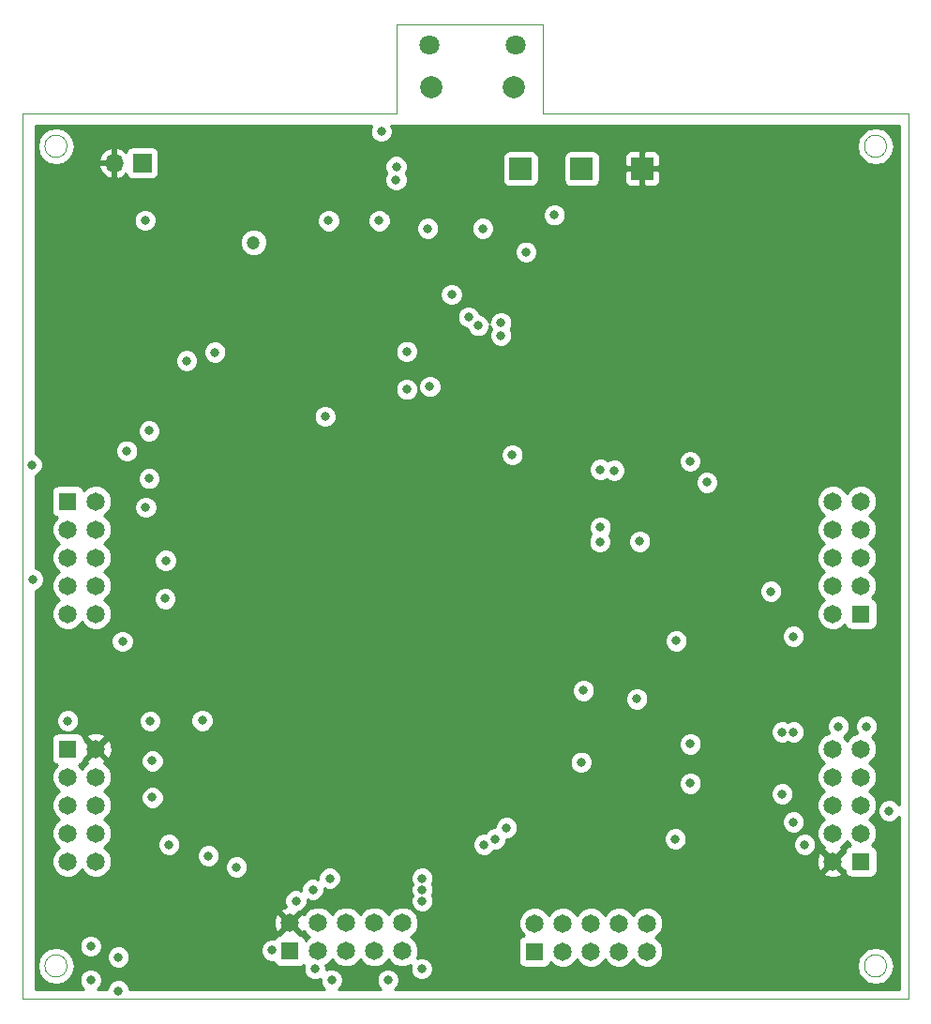
<source format=gbr>
%TF.GenerationSoftware,KiCad,Pcbnew,(5.0.0)*%
%TF.CreationDate,2020-03-23T14:11:06+01:00*%
%TF.ProjectId,Schaltplan_Mainboard,536368616C74706C616E5F4D61696E62,rev?*%
%TF.SameCoordinates,Original*%
%TF.FileFunction,Copper,L2,Inr,Plane*%
%TF.FilePolarity,Positive*%
%FSLAX46Y46*%
G04 Gerber Fmt 4.6, Leading zero omitted, Abs format (unit mm)*
G04 Created by KiCad (PCBNEW (5.0.0)) date 03/23/20 14:11:06*
%MOMM*%
%LPD*%
G01*
G04 APERTURE LIST*
%TA.AperFunction,NonConductor*%
%ADD10C,0.100000*%
%TD*%
%TA.AperFunction,ViaPad*%
%ADD11R,1.650000X1.650000*%
%TD*%
%TA.AperFunction,ViaPad*%
%ADD12C,1.650000*%
%TD*%
%TA.AperFunction,ViaPad*%
%ADD13R,1.700000X1.700000*%
%TD*%
%TA.AperFunction,ViaPad*%
%ADD14O,1.700000X1.700000*%
%TD*%
%TA.AperFunction,ViaPad*%
%ADD15R,2.000000X2.000000*%
%TD*%
%TA.AperFunction,ViaPad*%
%ADD16C,1.800000*%
%TD*%
%TA.AperFunction,ViaPad*%
%ADD17C,2.000000*%
%TD*%
%TA.AperFunction,ViaPad*%
%ADD18C,0.800000*%
%TD*%
%TA.AperFunction,ViaPad*%
%ADD19C,1.200000*%
%TD*%
%TA.AperFunction,Conductor*%
%ADD20C,0.254000*%
%TD*%
G04 APERTURE END LIST*
D10*
X172400000Y-64440000D02*
X205400000Y-64440000D01*
X172400000Y-56440000D02*
X159200000Y-56440000D01*
X172400000Y-64440000D02*
X172400000Y-56440000D01*
X125400000Y-64440000D02*
X159200000Y-64440000D01*
X159200000Y-64440000D02*
X159200000Y-56440000D01*
X129400000Y-141450000D02*
G75*
G03X129400000Y-141450000I-1000000J0D01*
G01*
X203410000Y-67440000D02*
G75*
G03X203410000Y-67440000I-1000000J0D01*
G01*
X129400000Y-67440000D02*
G75*
G03X129400000Y-67440000I-1000000J0D01*
G01*
X203410000Y-141450000D02*
G75*
G03X203410000Y-141450000I-1000000J0D01*
G01*
X125400000Y-64440000D02*
X125400000Y-144440000D01*
X125400000Y-144440000D02*
X205400000Y-144440000D01*
X205400000Y-64440000D02*
X205400000Y-144440000D01*
D11*
%TO.N,Net-(J5-Pad1)*%
%TO.C,J5*%
X201092000Y-109652000D03*
D12*
%TO.N,Net-(J5-Pad2)*%
X198552000Y-109652000D03*
%TO.N,N/C*%
X201092000Y-107112000D03*
X198552000Y-107112000D03*
X201092000Y-104572000D03*
X198552000Y-104572000D03*
X201092000Y-102032000D03*
X198552000Y-102032000D03*
X201092000Y-99492000D03*
X198552000Y-99492000D03*
%TD*%
%TO.N,N/C*%
%TO.C,J3*%
X181788000Y-137592000D03*
X181788000Y-140132000D03*
X179248000Y-137592000D03*
X179248000Y-140132000D03*
%TO.N,Net-(C29-Pad1)*%
X176708000Y-137592000D03*
%TO.N,Net-(J3-Pad5)*%
X176708000Y-140132000D03*
%TO.N,Net-(C28-Pad1)*%
X174168000Y-137592000D03*
%TO.N,Net-(J3-Pad3)*%
X174168000Y-140132000D03*
%TO.N,Net-(C27-Pad1)*%
X171628000Y-137592000D03*
D11*
%TO.N,Net-(J3-Pad1)*%
X171628000Y-140132000D03*
%TD*%
D13*
%TO.N,EN*%
%TO.C,TP1*%
X136195000Y-68948500D03*
D14*
%TO.N,GND*%
X133655000Y-68948500D03*
%TD*%
D15*
%TO.N,+3V3*%
%TO.C,TP2*%
X175882500Y-69456500D03*
%TD*%
%TO.N,+5V*%
%TO.C,TP3*%
X170358000Y-69456500D03*
%TD*%
%TO.N,GND*%
%TO.C,TP4*%
X181343500Y-69456500D03*
%TD*%
D16*
%TO.N,Net-(J1-Pad6)*%
%TO.C,J1*%
X162125000Y-58290000D03*
X169875000Y-58290000D03*
D17*
X162275000Y-62090000D03*
X169725000Y-62090000D03*
%TD*%
D11*
%TO.N,+3V3*%
%TO.C,J2*%
X149520862Y-140095843D03*
D12*
%TO.N,GND*%
X149520862Y-137555843D03*
%TO.N,+5V*%
X152060862Y-140095843D03*
%TO.N,/VSPI_CLK*%
X152060862Y-137555843D03*
%TO.N,/SCL*%
X154600862Y-140095843D03*
%TO.N,/VSPI_MOSI*%
X154600862Y-137555843D03*
%TO.N,/SDA*%
X157140862Y-140095843D03*
%TO.N,/VSPI_MISO*%
X157140862Y-137555843D03*
%TO.N,Net-(J2-Pad9)*%
X159680862Y-140095843D03*
%TO.N,/VSPI_CS*%
X159680862Y-137555843D03*
%TD*%
%TO.N,N/C*%
%TO.C,J7*%
X132004000Y-109652000D03*
X129464000Y-109652000D03*
%TO.N,Net-(J7-Pad8)*%
X132004000Y-107112000D03*
%TO.N,Net-(J7-Pad7)*%
X129464000Y-107112000D03*
%TO.N,Net-(C23-Pad1)*%
X132004000Y-104572000D03*
%TO.N,Net-(J7-Pad5)*%
X129464000Y-104572000D03*
%TO.N,Net-(C22-Pad1)*%
X132004000Y-102032000D03*
%TO.N,Net-(J7-Pad3)*%
X129464000Y-102032000D03*
%TO.N,Net-(J7-Pad2)*%
X132004000Y-99492000D03*
D11*
%TO.N,Net-(J7-Pad1)*%
X129464000Y-99492000D03*
%TD*%
D12*
%TO.N,/VSPI_CS*%
%TO.C,J4*%
X198552000Y-121844000D03*
%TO.N,Net-(J4-Pad9)*%
X201092000Y-121844000D03*
%TO.N,/VSPI_MISO*%
X198552000Y-124384000D03*
%TO.N,/SDA*%
X201092000Y-124384000D03*
%TO.N,/VSPI_MOSI*%
X198552000Y-126924000D03*
%TO.N,/SCL*%
X201092000Y-126924000D03*
%TO.N,/VSPI_CLK*%
X198552000Y-129464000D03*
%TO.N,+5V*%
X201092000Y-129464000D03*
%TO.N,GND*%
X198552000Y-132004000D03*
D11*
%TO.N,+3V3*%
X201092000Y-132004000D03*
%TD*%
D12*
%TO.N,/VSPI_CS*%
%TO.C,J6*%
X132004000Y-132004000D03*
%TO.N,Net-(J6-Pad9)*%
X129464000Y-132004000D03*
%TO.N,/VSPI_MISO*%
X132004000Y-129464000D03*
%TO.N,/SDA*%
X129464000Y-129464000D03*
%TO.N,/VSPI_MOSI*%
X132004000Y-126924000D03*
%TO.N,/SCL*%
X129464000Y-126924000D03*
%TO.N,/VSPI_CLK*%
X132004000Y-124384000D03*
%TO.N,+5V*%
X129464000Y-124384000D03*
%TO.N,GND*%
X132004000Y-121844000D03*
D11*
%TO.N,+3V3*%
X129464000Y-121844000D03*
%TD*%
D18*
%TO.N,Net-(C13-Pad1)*%
X166536000Y-83629000D03*
X168580000Y-84506000D03*
%TO.N,/RXD*%
X177546000Y-101854000D03*
X177546000Y-96622000D03*
%TO.N,Net-(D1-Pad4)*%
X153020093Y-74157907D03*
X159120000Y-69266000D03*
%TO.N,GND*%
X167132000Y-120142000D03*
X146304000Y-116332000D03*
X146304000Y-113030000D03*
X146304000Y-109728000D03*
X146304000Y-106426000D03*
X146304000Y-103124000D03*
X146304000Y-122936000D03*
X168656000Y-98071000D03*
X190508000Y-104445000D03*
X190504000Y-110744000D03*
X185674000Y-114046000D03*
X188900000Y-115570000D03*
X146050000Y-96520000D03*
X146304000Y-126238000D03*
X146217292Y-119293292D03*
X180772000Y-95936000D03*
X147846862Y-137585843D03*
X189400000Y-97940000D03*
X146038000Y-99822000D03*
X132004000Y-119304000D03*
X159253000Y-111176000D03*
X136322000Y-89648000D03*
X136322000Y-78124000D03*
D19*
X148514000Y-76124000D03*
D18*
X153348000Y-68750000D03*
X151320593Y-78081579D03*
X155892593Y-78081579D03*
X138735000Y-69266000D03*
X141656000Y-82474000D03*
X162030000Y-85690000D03*
X173324000Y-95129000D03*
X178613000Y-91950500D03*
X166040000Y-95301000D03*
X152705000Y-93761000D03*
X154864000Y-95840000D03*
X163000000Y-67440000D03*
X172326500Y-122987000D03*
X171310500Y-82728000D03*
%TO.N,+5V*%
X126300000Y-106530000D03*
X126187400Y-96190000D03*
X157785000Y-66091000D03*
X151772000Y-141700000D03*
X161424000Y-141700000D03*
%TO.N,/SDA*%
X134036000Y-143688000D03*
X134036000Y-140640000D03*
%TO.N,+3V3*%
X181102000Y-103124000D03*
X180848000Y-117348000D03*
X185661000Y-95885000D03*
X147906862Y-140035843D03*
X129464000Y-119304000D03*
X136800000Y-93140000D03*
D19*
X146228000Y-76124000D03*
D18*
X169596000Y-95301000D03*
X152705000Y-91840000D03*
X175819000Y-123050500D03*
X173406000Y-73647500D03*
X162166500Y-89141500D03*
%TO.N,/SCL*%
X131538010Y-142714010D03*
X131538010Y-139666010D03*
X153297990Y-142714010D03*
X158377990Y-142714010D03*
X203632000Y-127432000D03*
X194996000Y-111684000D03*
%TO.N,Net-(J5-Pad2)*%
X137100000Y-122940000D03*
%TO.N,/VSPI_CLK*%
X184404000Y-112092500D03*
X150065019Y-135560000D03*
X161468000Y-135560000D03*
X196012000Y-130480000D03*
%TO.N,/VSPI_MISO*%
X142164000Y-131496000D03*
X153113019Y-133528000D03*
X161468000Y-133528000D03*
X193980000Y-125908000D03*
X193980000Y-120320000D03*
%TO.N,/VSPI_MOSI*%
X187175000Y-97790000D03*
X138608000Y-130480000D03*
X151589019Y-134544000D03*
X161468000Y-134544000D03*
X194996000Y-128448000D03*
X194996000Y-120320000D03*
X192964000Y-107620000D03*
%TO.N,IO0*%
X176022000Y-116586000D03*
X140200000Y-86810000D03*
X166929000Y-74854000D03*
%TO.N,Net-(D1-Pad3)*%
X159116000Y-70470000D03*
X157592093Y-74157907D03*
%TO.N,Net-(J5-Pad1)*%
X137100000Y-126240000D03*
%TO.N,Net-(C29-Pad1)*%
X185674000Y-121412000D03*
%TO.N,Net-(C28-Pad1)*%
X185674000Y-124968000D03*
%TO.N,Net-(C27-Pad1)*%
X184328000Y-129972000D03*
%TO.N,Net-(J3-Pad5)*%
X138254500Y-108285500D03*
X134400000Y-112140000D03*
X167056000Y-130480000D03*
%TO.N,Net-(J3-Pad3)*%
X168072000Y-129972000D03*
%TO.N,Net-(J3-Pad1)*%
X169088000Y-128956000D03*
%TO.N,Net-(C23-Pad1)*%
X141600000Y-119293292D03*
X136900000Y-119340000D03*
%TO.N,/TXD*%
X177519000Y-103151000D03*
X178800000Y-96698000D03*
%TO.N,Net-(R17-Pad1)*%
X165659000Y-82855000D03*
X168580000Y-83363000D03*
%TO.N,Net-(J7-Pad7)*%
X136800000Y-97440000D03*
X134800000Y-94940000D03*
%TO.N,Net-(J7-Pad3)*%
X136500000Y-100040000D03*
X138300000Y-104840000D03*
%TO.N,/VSPI_CS*%
X199060000Y-119812000D03*
X144704000Y-132512000D03*
%TO.N,Net-(J4-Pad9)*%
X201600000Y-119812000D03*
%TO.N,/DTR*%
X164122501Y-80823000D03*
X170850000Y-76997000D03*
%TO.N,EN*%
X142750500Y-86030000D03*
X161976000Y-74854000D03*
X136449000Y-74124000D03*
%TO.N,VBUS*%
X160071000Y-89395500D03*
X160071000Y-85966500D03*
%TD*%
D20*
%TO.N,GND*%
G36*
X156750000Y-65885126D02*
X156750000Y-66296874D01*
X156907569Y-66677280D01*
X157198720Y-66968431D01*
X157579126Y-67126000D01*
X157990874Y-67126000D01*
X158371280Y-66968431D01*
X158662431Y-66677280D01*
X158820000Y-66296874D01*
X158820000Y-65885126D01*
X158694856Y-65583000D01*
X204521000Y-65583000D01*
X204521000Y-126873650D01*
X204509431Y-126845720D01*
X204218280Y-126554569D01*
X203837874Y-126397000D01*
X203426126Y-126397000D01*
X203045720Y-126554569D01*
X202754569Y-126845720D01*
X202597000Y-127226126D01*
X202597000Y-127637874D01*
X202754569Y-128018280D01*
X203045720Y-128309431D01*
X203426126Y-128467000D01*
X203837874Y-128467000D01*
X204218280Y-128309431D01*
X204509431Y-128018280D01*
X204521000Y-127990350D01*
X204521000Y-143561000D01*
X158994711Y-143561000D01*
X159255421Y-143300290D01*
X159412990Y-142919884D01*
X159412990Y-142508136D01*
X159255421Y-142127730D01*
X158964270Y-141836579D01*
X158583864Y-141679010D01*
X158172116Y-141679010D01*
X157791710Y-141836579D01*
X157500559Y-142127730D01*
X157342990Y-142508136D01*
X157342990Y-142919884D01*
X157500559Y-143300290D01*
X157761269Y-143561000D01*
X153914711Y-143561000D01*
X154175421Y-143300290D01*
X154332990Y-142919884D01*
X154332990Y-142508136D01*
X154175421Y-142127730D01*
X153884270Y-141836579D01*
X153503864Y-141679010D01*
X153092116Y-141679010D01*
X152807000Y-141797109D01*
X152807000Y-141494126D01*
X152762081Y-141385681D01*
X152887886Y-141333571D01*
X153298590Y-140922867D01*
X153330862Y-140844956D01*
X153363134Y-140922867D01*
X153773838Y-141333571D01*
X154310450Y-141555843D01*
X154891274Y-141555843D01*
X155427886Y-141333571D01*
X155838590Y-140922867D01*
X155870862Y-140844956D01*
X155903134Y-140922867D01*
X156313838Y-141333571D01*
X156850450Y-141555843D01*
X157431274Y-141555843D01*
X157967886Y-141333571D01*
X158378590Y-140922867D01*
X158410862Y-140844956D01*
X158443134Y-140922867D01*
X158853838Y-141333571D01*
X159390450Y-141555843D01*
X159971274Y-141555843D01*
X160444655Y-141359762D01*
X160389000Y-141494126D01*
X160389000Y-141905874D01*
X160546569Y-142286280D01*
X160837720Y-142577431D01*
X161218126Y-142735000D01*
X161629874Y-142735000D01*
X162010280Y-142577431D01*
X162301431Y-142286280D01*
X162459000Y-141905874D01*
X162459000Y-141494126D01*
X162301431Y-141113720D01*
X162010280Y-140822569D01*
X161629874Y-140665000D01*
X161218126Y-140665000D01*
X160985488Y-140761362D01*
X161140862Y-140386255D01*
X161140862Y-139805431D01*
X160934406Y-139307000D01*
X170155560Y-139307000D01*
X170155560Y-140957000D01*
X170204843Y-141204765D01*
X170345191Y-141414809D01*
X170555235Y-141555157D01*
X170803000Y-141604440D01*
X172453000Y-141604440D01*
X172700765Y-141555157D01*
X172910809Y-141414809D01*
X173051157Y-141204765D01*
X173071872Y-141100624D01*
X173340976Y-141369728D01*
X173877588Y-141592000D01*
X174458412Y-141592000D01*
X174995024Y-141369728D01*
X175405728Y-140959024D01*
X175438000Y-140881113D01*
X175470272Y-140959024D01*
X175880976Y-141369728D01*
X176417588Y-141592000D01*
X176998412Y-141592000D01*
X177535024Y-141369728D01*
X177945728Y-140959024D01*
X177978000Y-140881113D01*
X178010272Y-140959024D01*
X178420976Y-141369728D01*
X178957588Y-141592000D01*
X179538412Y-141592000D01*
X180075024Y-141369728D01*
X180485728Y-140959024D01*
X180518000Y-140881113D01*
X180550272Y-140959024D01*
X180960976Y-141369728D01*
X181497588Y-141592000D01*
X182078412Y-141592000D01*
X182421230Y-141450000D01*
X200705000Y-141450000D01*
X200834785Y-142102475D01*
X201204383Y-142655617D01*
X201757525Y-143025215D01*
X202410000Y-143155000D01*
X203062475Y-143025215D01*
X203615617Y-142655617D01*
X203985215Y-142102475D01*
X204115000Y-141450000D01*
X203985215Y-140797525D01*
X203615617Y-140244383D01*
X203062475Y-139874785D01*
X202410000Y-139745000D01*
X201757525Y-139874785D01*
X201204383Y-140244383D01*
X200834785Y-140797525D01*
X200705000Y-141450000D01*
X182421230Y-141450000D01*
X182615024Y-141369728D01*
X183025728Y-140959024D01*
X183248000Y-140422412D01*
X183248000Y-139841588D01*
X183025728Y-139304976D01*
X182615024Y-138894272D01*
X182537113Y-138862000D01*
X182615024Y-138829728D01*
X183025728Y-138419024D01*
X183248000Y-137882412D01*
X183248000Y-137301588D01*
X183025728Y-136764976D01*
X182615024Y-136354272D01*
X182078412Y-136132000D01*
X181497588Y-136132000D01*
X180960976Y-136354272D01*
X180550272Y-136764976D01*
X180518000Y-136842887D01*
X180485728Y-136764976D01*
X180075024Y-136354272D01*
X179538412Y-136132000D01*
X178957588Y-136132000D01*
X178420976Y-136354272D01*
X178010272Y-136764976D01*
X177978000Y-136842887D01*
X177945728Y-136764976D01*
X177535024Y-136354272D01*
X176998412Y-136132000D01*
X176417588Y-136132000D01*
X175880976Y-136354272D01*
X175470272Y-136764976D01*
X175438000Y-136842887D01*
X175405728Y-136764976D01*
X174995024Y-136354272D01*
X174458412Y-136132000D01*
X173877588Y-136132000D01*
X173340976Y-136354272D01*
X172930272Y-136764976D01*
X172898000Y-136842887D01*
X172865728Y-136764976D01*
X172455024Y-136354272D01*
X171918412Y-136132000D01*
X171337588Y-136132000D01*
X170800976Y-136354272D01*
X170390272Y-136764976D01*
X170168000Y-137301588D01*
X170168000Y-137882412D01*
X170390272Y-138419024D01*
X170659376Y-138688128D01*
X170555235Y-138708843D01*
X170345191Y-138849191D01*
X170204843Y-139059235D01*
X170155560Y-139307000D01*
X160934406Y-139307000D01*
X160918590Y-139268819D01*
X160507886Y-138858115D01*
X160429975Y-138825843D01*
X160507886Y-138793571D01*
X160918590Y-138382867D01*
X161140862Y-137846255D01*
X161140862Y-137265431D01*
X160918590Y-136728819D01*
X160507886Y-136318115D01*
X159971274Y-136095843D01*
X159390450Y-136095843D01*
X158853838Y-136318115D01*
X158443134Y-136728819D01*
X158410862Y-136806730D01*
X158378590Y-136728819D01*
X157967886Y-136318115D01*
X157431274Y-136095843D01*
X156850450Y-136095843D01*
X156313838Y-136318115D01*
X155903134Y-136728819D01*
X155870862Y-136806730D01*
X155838590Y-136728819D01*
X155427886Y-136318115D01*
X154891274Y-136095843D01*
X154310450Y-136095843D01*
X153773838Y-136318115D01*
X153363134Y-136728819D01*
X153330862Y-136806730D01*
X153298590Y-136728819D01*
X152887886Y-136318115D01*
X152351274Y-136095843D01*
X151770450Y-136095843D01*
X151233838Y-136318115D01*
X150823134Y-136728819D01*
X150797271Y-136791257D01*
X150795425Y-136786799D01*
X150546715Y-136709595D01*
X149700467Y-137555843D01*
X150546715Y-138402091D01*
X150795425Y-138324887D01*
X150797145Y-138320124D01*
X150823134Y-138382867D01*
X151233838Y-138793571D01*
X151311749Y-138825843D01*
X151233838Y-138858115D01*
X150964734Y-139127219D01*
X150944019Y-139023078D01*
X150803671Y-138813034D01*
X150593627Y-138672686D01*
X150353681Y-138624958D01*
X150367110Y-138581696D01*
X149520862Y-137735448D01*
X148674614Y-138581696D01*
X148688043Y-138624958D01*
X148448097Y-138672686D01*
X148238053Y-138813034D01*
X148112562Y-139000843D01*
X147700988Y-139000843D01*
X147320582Y-139158412D01*
X147029431Y-139449563D01*
X146871862Y-139829969D01*
X146871862Y-140241717D01*
X147029431Y-140622123D01*
X147320582Y-140913274D01*
X147700988Y-141070843D01*
X148078259Y-141070843D01*
X148097705Y-141168608D01*
X148238053Y-141378652D01*
X148448097Y-141519000D01*
X148695862Y-141568283D01*
X150345862Y-141568283D01*
X150593627Y-141519000D01*
X150777621Y-141396058D01*
X150737000Y-141494126D01*
X150737000Y-141905874D01*
X150894569Y-142286280D01*
X151185720Y-142577431D01*
X151566126Y-142735000D01*
X151977874Y-142735000D01*
X152262990Y-142616901D01*
X152262990Y-142919884D01*
X152420559Y-143300290D01*
X152681269Y-143561000D01*
X135071000Y-143561000D01*
X135071000Y-143482126D01*
X134913431Y-143101720D01*
X134622280Y-142810569D01*
X134241874Y-142653000D01*
X133830126Y-142653000D01*
X133449720Y-142810569D01*
X133158569Y-143101720D01*
X133001000Y-143482126D01*
X133001000Y-143561000D01*
X132154731Y-143561000D01*
X132415441Y-143300290D01*
X132573010Y-142919884D01*
X132573010Y-142508136D01*
X132415441Y-142127730D01*
X132124290Y-141836579D01*
X131743884Y-141679010D01*
X131332136Y-141679010D01*
X130951730Y-141836579D01*
X130660579Y-142127730D01*
X130503010Y-142508136D01*
X130503010Y-142919884D01*
X130660579Y-143300290D01*
X130921289Y-143561000D01*
X126543000Y-143561000D01*
X126543000Y-141450000D01*
X126695000Y-141450000D01*
X126824785Y-142102475D01*
X127194383Y-142655617D01*
X127747525Y-143025215D01*
X128400000Y-143155000D01*
X129052475Y-143025215D01*
X129605617Y-142655617D01*
X129975215Y-142102475D01*
X130105000Y-141450000D01*
X129975215Y-140797525D01*
X129605617Y-140244383D01*
X129052475Y-139874785D01*
X128400000Y-139745000D01*
X127747525Y-139874785D01*
X127194383Y-140244383D01*
X126824785Y-140797525D01*
X126695000Y-141450000D01*
X126543000Y-141450000D01*
X126543000Y-139460136D01*
X130503010Y-139460136D01*
X130503010Y-139871884D01*
X130660579Y-140252290D01*
X130951730Y-140543441D01*
X131332136Y-140701010D01*
X131743884Y-140701010D01*
X132124290Y-140543441D01*
X132233605Y-140434126D01*
X133001000Y-140434126D01*
X133001000Y-140845874D01*
X133158569Y-141226280D01*
X133449720Y-141517431D01*
X133830126Y-141675000D01*
X134241874Y-141675000D01*
X134622280Y-141517431D01*
X134913431Y-141226280D01*
X135071000Y-140845874D01*
X135071000Y-140434126D01*
X134913431Y-140053720D01*
X134622280Y-139762569D01*
X134241874Y-139605000D01*
X133830126Y-139605000D01*
X133449720Y-139762569D01*
X133158569Y-140053720D01*
X133001000Y-140434126D01*
X132233605Y-140434126D01*
X132415441Y-140252290D01*
X132573010Y-139871884D01*
X132573010Y-139460136D01*
X132415441Y-139079730D01*
X132124290Y-138788579D01*
X131743884Y-138631010D01*
X131332136Y-138631010D01*
X130951730Y-138788579D01*
X130660579Y-139079730D01*
X130503010Y-139460136D01*
X126543000Y-139460136D01*
X126543000Y-137333093D01*
X148049019Y-137333093D01*
X148075814Y-137913299D01*
X148246299Y-138324887D01*
X148495009Y-138402091D01*
X149341257Y-137555843D01*
X148495009Y-136709595D01*
X148246299Y-136786799D01*
X148049019Y-137333093D01*
X126543000Y-137333093D01*
X126543000Y-136529990D01*
X148674614Y-136529990D01*
X149520862Y-137376238D01*
X150324167Y-136572933D01*
X150651299Y-136437431D01*
X150942450Y-136146280D01*
X151100019Y-135765874D01*
X151100019Y-135461726D01*
X151383145Y-135579000D01*
X151794893Y-135579000D01*
X152175299Y-135421431D01*
X152466450Y-135130280D01*
X152624019Y-134749874D01*
X152624019Y-134445726D01*
X152907145Y-134563000D01*
X153318893Y-134563000D01*
X153699299Y-134405431D01*
X153990450Y-134114280D01*
X154148019Y-133733874D01*
X154148019Y-133322126D01*
X160433000Y-133322126D01*
X160433000Y-133733874D01*
X160558144Y-134036000D01*
X160433000Y-134338126D01*
X160433000Y-134749874D01*
X160558144Y-135052000D01*
X160433000Y-135354126D01*
X160433000Y-135765874D01*
X160590569Y-136146280D01*
X160881720Y-136437431D01*
X161262126Y-136595000D01*
X161673874Y-136595000D01*
X162054280Y-136437431D01*
X162345431Y-136146280D01*
X162503000Y-135765874D01*
X162503000Y-135354126D01*
X162377856Y-135052000D01*
X162503000Y-134749874D01*
X162503000Y-134338126D01*
X162377856Y-134036000D01*
X162503000Y-133733874D01*
X162503000Y-133322126D01*
X162381937Y-133029853D01*
X197705752Y-133029853D01*
X197782956Y-133278563D01*
X198329250Y-133475843D01*
X198909456Y-133449048D01*
X199321044Y-133278563D01*
X199398248Y-133029853D01*
X198552000Y-132183605D01*
X197705752Y-133029853D01*
X162381937Y-133029853D01*
X162345431Y-132941720D01*
X162054280Y-132650569D01*
X161673874Y-132493000D01*
X161262126Y-132493000D01*
X160881720Y-132650569D01*
X160590569Y-132941720D01*
X160433000Y-133322126D01*
X154148019Y-133322126D01*
X153990450Y-132941720D01*
X153699299Y-132650569D01*
X153318893Y-132493000D01*
X152907145Y-132493000D01*
X152526739Y-132650569D01*
X152235588Y-132941720D01*
X152078019Y-133322126D01*
X152078019Y-133626274D01*
X151794893Y-133509000D01*
X151383145Y-133509000D01*
X151002739Y-133666569D01*
X150711588Y-133957720D01*
X150554019Y-134338126D01*
X150554019Y-134642274D01*
X150270893Y-134525000D01*
X149859145Y-134525000D01*
X149478739Y-134682569D01*
X149187588Y-134973720D01*
X149030019Y-135354126D01*
X149030019Y-135765874D01*
X149172712Y-136110365D01*
X149163406Y-136110795D01*
X148751818Y-136281280D01*
X148674614Y-136529990D01*
X126543000Y-136529990D01*
X126543000Y-121019000D01*
X127991560Y-121019000D01*
X127991560Y-122669000D01*
X128040843Y-122916765D01*
X128181191Y-123126809D01*
X128391235Y-123267157D01*
X128495376Y-123287872D01*
X128226272Y-123556976D01*
X128004000Y-124093588D01*
X128004000Y-124674412D01*
X128226272Y-125211024D01*
X128636976Y-125621728D01*
X128714887Y-125654000D01*
X128636976Y-125686272D01*
X128226272Y-126096976D01*
X128004000Y-126633588D01*
X128004000Y-127214412D01*
X128226272Y-127751024D01*
X128636976Y-128161728D01*
X128714887Y-128194000D01*
X128636976Y-128226272D01*
X128226272Y-128636976D01*
X128004000Y-129173588D01*
X128004000Y-129754412D01*
X128226272Y-130291024D01*
X128636976Y-130701728D01*
X128714887Y-130734000D01*
X128636976Y-130766272D01*
X128226272Y-131176976D01*
X128004000Y-131713588D01*
X128004000Y-132294412D01*
X128226272Y-132831024D01*
X128636976Y-133241728D01*
X129173588Y-133464000D01*
X129754412Y-133464000D01*
X130291024Y-133241728D01*
X130701728Y-132831024D01*
X130734000Y-132753113D01*
X130766272Y-132831024D01*
X131176976Y-133241728D01*
X131713588Y-133464000D01*
X132294412Y-133464000D01*
X132831024Y-133241728D01*
X133241728Y-132831024D01*
X133464000Y-132294412D01*
X133464000Y-131713588D01*
X133241728Y-131176976D01*
X132831024Y-130766272D01*
X132753113Y-130734000D01*
X132831024Y-130701728D01*
X133241728Y-130291024D01*
X133248727Y-130274126D01*
X137573000Y-130274126D01*
X137573000Y-130685874D01*
X137730569Y-131066280D01*
X138021720Y-131357431D01*
X138402126Y-131515000D01*
X138813874Y-131515000D01*
X139194280Y-131357431D01*
X139261585Y-131290126D01*
X141129000Y-131290126D01*
X141129000Y-131701874D01*
X141286569Y-132082280D01*
X141577720Y-132373431D01*
X141958126Y-132531000D01*
X142369874Y-132531000D01*
X142750280Y-132373431D01*
X142817585Y-132306126D01*
X143669000Y-132306126D01*
X143669000Y-132717874D01*
X143826569Y-133098280D01*
X144117720Y-133389431D01*
X144498126Y-133547000D01*
X144909874Y-133547000D01*
X145290280Y-133389431D01*
X145581431Y-133098280D01*
X145739000Y-132717874D01*
X145739000Y-132306126D01*
X145581431Y-131925720D01*
X145436961Y-131781250D01*
X197080157Y-131781250D01*
X197106952Y-132361456D01*
X197277437Y-132773044D01*
X197526147Y-132850248D01*
X198372395Y-132004000D01*
X197526147Y-131157752D01*
X197277437Y-131234956D01*
X197080157Y-131781250D01*
X145436961Y-131781250D01*
X145290280Y-131634569D01*
X144909874Y-131477000D01*
X144498126Y-131477000D01*
X144117720Y-131634569D01*
X143826569Y-131925720D01*
X143669000Y-132306126D01*
X142817585Y-132306126D01*
X143041431Y-132082280D01*
X143199000Y-131701874D01*
X143199000Y-131290126D01*
X143041431Y-130909720D01*
X142750280Y-130618569D01*
X142369874Y-130461000D01*
X141958126Y-130461000D01*
X141577720Y-130618569D01*
X141286569Y-130909720D01*
X141129000Y-131290126D01*
X139261585Y-131290126D01*
X139485431Y-131066280D01*
X139643000Y-130685874D01*
X139643000Y-130274126D01*
X166021000Y-130274126D01*
X166021000Y-130685874D01*
X166178569Y-131066280D01*
X166469720Y-131357431D01*
X166850126Y-131515000D01*
X167261874Y-131515000D01*
X167642280Y-131357431D01*
X167933431Y-131066280D01*
X167957986Y-131007000D01*
X168277874Y-131007000D01*
X168658280Y-130849431D01*
X168949431Y-130558280D01*
X169107000Y-130177874D01*
X169107000Y-129991000D01*
X169293874Y-129991000D01*
X169674280Y-129833431D01*
X169741585Y-129766126D01*
X183293000Y-129766126D01*
X183293000Y-130177874D01*
X183450569Y-130558280D01*
X183741720Y-130849431D01*
X184122126Y-131007000D01*
X184533874Y-131007000D01*
X184914280Y-130849431D01*
X185205431Y-130558280D01*
X185323131Y-130274126D01*
X194977000Y-130274126D01*
X194977000Y-130685874D01*
X195134569Y-131066280D01*
X195425720Y-131357431D01*
X195806126Y-131515000D01*
X196217874Y-131515000D01*
X196598280Y-131357431D01*
X196889431Y-131066280D01*
X197047000Y-130685874D01*
X197047000Y-130274126D01*
X196889431Y-129893720D01*
X196598280Y-129602569D01*
X196217874Y-129445000D01*
X195806126Y-129445000D01*
X195425720Y-129602569D01*
X195134569Y-129893720D01*
X194977000Y-130274126D01*
X185323131Y-130274126D01*
X185363000Y-130177874D01*
X185363000Y-129766126D01*
X185205431Y-129385720D01*
X184914280Y-129094569D01*
X184533874Y-128937000D01*
X184122126Y-128937000D01*
X183741720Y-129094569D01*
X183450569Y-129385720D01*
X183293000Y-129766126D01*
X169741585Y-129766126D01*
X169965431Y-129542280D01*
X170123000Y-129161874D01*
X170123000Y-128750126D01*
X169965431Y-128369720D01*
X169837837Y-128242126D01*
X193961000Y-128242126D01*
X193961000Y-128653874D01*
X194118569Y-129034280D01*
X194409720Y-129325431D01*
X194790126Y-129483000D01*
X195201874Y-129483000D01*
X195582280Y-129325431D01*
X195873431Y-129034280D01*
X196031000Y-128653874D01*
X196031000Y-128242126D01*
X195873431Y-127861720D01*
X195582280Y-127570569D01*
X195201874Y-127413000D01*
X194790126Y-127413000D01*
X194409720Y-127570569D01*
X194118569Y-127861720D01*
X193961000Y-128242126D01*
X169837837Y-128242126D01*
X169674280Y-128078569D01*
X169293874Y-127921000D01*
X168882126Y-127921000D01*
X168501720Y-128078569D01*
X168210569Y-128369720D01*
X168053000Y-128750126D01*
X168053000Y-128937000D01*
X167866126Y-128937000D01*
X167485720Y-129094569D01*
X167194569Y-129385720D01*
X167170014Y-129445000D01*
X166850126Y-129445000D01*
X166469720Y-129602569D01*
X166178569Y-129893720D01*
X166021000Y-130274126D01*
X139643000Y-130274126D01*
X139485431Y-129893720D01*
X139194280Y-129602569D01*
X138813874Y-129445000D01*
X138402126Y-129445000D01*
X138021720Y-129602569D01*
X137730569Y-129893720D01*
X137573000Y-130274126D01*
X133248727Y-130274126D01*
X133464000Y-129754412D01*
X133464000Y-129173588D01*
X133241728Y-128636976D01*
X132831024Y-128226272D01*
X132753113Y-128194000D01*
X132831024Y-128161728D01*
X133241728Y-127751024D01*
X133464000Y-127214412D01*
X133464000Y-126633588D01*
X133241728Y-126096976D01*
X133178878Y-126034126D01*
X136065000Y-126034126D01*
X136065000Y-126445874D01*
X136222569Y-126826280D01*
X136513720Y-127117431D01*
X136894126Y-127275000D01*
X137305874Y-127275000D01*
X137686280Y-127117431D01*
X137977431Y-126826280D01*
X138135000Y-126445874D01*
X138135000Y-126034126D01*
X137977431Y-125653720D01*
X137686280Y-125362569D01*
X137305874Y-125205000D01*
X136894126Y-125205000D01*
X136513720Y-125362569D01*
X136222569Y-125653720D01*
X136065000Y-126034126D01*
X133178878Y-126034126D01*
X132831024Y-125686272D01*
X132753113Y-125654000D01*
X132831024Y-125621728D01*
X133241728Y-125211024D01*
X133427667Y-124762126D01*
X184639000Y-124762126D01*
X184639000Y-125173874D01*
X184796569Y-125554280D01*
X185087720Y-125845431D01*
X185468126Y-126003000D01*
X185879874Y-126003000D01*
X186260280Y-125845431D01*
X186403585Y-125702126D01*
X192945000Y-125702126D01*
X192945000Y-126113874D01*
X193102569Y-126494280D01*
X193393720Y-126785431D01*
X193774126Y-126943000D01*
X194185874Y-126943000D01*
X194566280Y-126785431D01*
X194857431Y-126494280D01*
X195015000Y-126113874D01*
X195015000Y-125702126D01*
X194857431Y-125321720D01*
X194566280Y-125030569D01*
X194185874Y-124873000D01*
X193774126Y-124873000D01*
X193393720Y-125030569D01*
X193102569Y-125321720D01*
X192945000Y-125702126D01*
X186403585Y-125702126D01*
X186551431Y-125554280D01*
X186709000Y-125173874D01*
X186709000Y-124762126D01*
X186551431Y-124381720D01*
X186260280Y-124090569D01*
X185879874Y-123933000D01*
X185468126Y-123933000D01*
X185087720Y-124090569D01*
X184796569Y-124381720D01*
X184639000Y-124762126D01*
X133427667Y-124762126D01*
X133464000Y-124674412D01*
X133464000Y-124093588D01*
X133241728Y-123556976D01*
X132831024Y-123146272D01*
X132768586Y-123120409D01*
X132773044Y-123118563D01*
X132850248Y-122869853D01*
X132714521Y-122734126D01*
X136065000Y-122734126D01*
X136065000Y-123145874D01*
X136222569Y-123526280D01*
X136513720Y-123817431D01*
X136894126Y-123975000D01*
X137305874Y-123975000D01*
X137686280Y-123817431D01*
X137977431Y-123526280D01*
X138135000Y-123145874D01*
X138135000Y-122844626D01*
X174784000Y-122844626D01*
X174784000Y-123256374D01*
X174941569Y-123636780D01*
X175232720Y-123927931D01*
X175613126Y-124085500D01*
X176024874Y-124085500D01*
X176405280Y-123927931D01*
X176696431Y-123636780D01*
X176854000Y-123256374D01*
X176854000Y-122844626D01*
X176696431Y-122464220D01*
X176405280Y-122173069D01*
X176024874Y-122015500D01*
X175613126Y-122015500D01*
X175232720Y-122173069D01*
X174941569Y-122464220D01*
X174784000Y-122844626D01*
X138135000Y-122844626D01*
X138135000Y-122734126D01*
X137977431Y-122353720D01*
X137686280Y-122062569D01*
X137305874Y-121905000D01*
X136894126Y-121905000D01*
X136513720Y-122062569D01*
X136222569Y-122353720D01*
X136065000Y-122734126D01*
X132714521Y-122734126D01*
X132004000Y-122023605D01*
X131157752Y-122869853D01*
X131234956Y-123118563D01*
X131239719Y-123120283D01*
X131176976Y-123146272D01*
X130766272Y-123556976D01*
X130734000Y-123634887D01*
X130701728Y-123556976D01*
X130432624Y-123287872D01*
X130536765Y-123267157D01*
X130746809Y-123126809D01*
X130887157Y-122916765D01*
X130934885Y-122676819D01*
X130978147Y-122690248D01*
X131824395Y-121844000D01*
X132183605Y-121844000D01*
X133029853Y-122690248D01*
X133278563Y-122613044D01*
X133475843Y-122066750D01*
X133449048Y-121486544D01*
X133332896Y-121206126D01*
X184639000Y-121206126D01*
X184639000Y-121617874D01*
X184796569Y-121998280D01*
X185087720Y-122289431D01*
X185468126Y-122447000D01*
X185879874Y-122447000D01*
X186260280Y-122289431D01*
X186551431Y-121998280D01*
X186709000Y-121617874D01*
X186709000Y-121553588D01*
X197092000Y-121553588D01*
X197092000Y-122134412D01*
X197314272Y-122671024D01*
X197724976Y-123081728D01*
X197802887Y-123114000D01*
X197724976Y-123146272D01*
X197314272Y-123556976D01*
X197092000Y-124093588D01*
X197092000Y-124674412D01*
X197314272Y-125211024D01*
X197724976Y-125621728D01*
X197802887Y-125654000D01*
X197724976Y-125686272D01*
X197314272Y-126096976D01*
X197092000Y-126633588D01*
X197092000Y-127214412D01*
X197314272Y-127751024D01*
X197724976Y-128161728D01*
X197802887Y-128194000D01*
X197724976Y-128226272D01*
X197314272Y-128636976D01*
X197092000Y-129173588D01*
X197092000Y-129754412D01*
X197314272Y-130291024D01*
X197724976Y-130701728D01*
X197787414Y-130727591D01*
X197782956Y-130729437D01*
X197705752Y-130978147D01*
X198552000Y-131824395D01*
X199398248Y-130978147D01*
X199321044Y-130729437D01*
X199316281Y-130727717D01*
X199379024Y-130701728D01*
X199789728Y-130291024D01*
X199822000Y-130213113D01*
X199854272Y-130291024D01*
X200123376Y-130560128D01*
X200019235Y-130580843D01*
X199809191Y-130721191D01*
X199668843Y-130931235D01*
X199621115Y-131171181D01*
X199577853Y-131157752D01*
X198731605Y-132004000D01*
X199577853Y-132850248D01*
X199621115Y-132836819D01*
X199668843Y-133076765D01*
X199809191Y-133286809D01*
X200019235Y-133427157D01*
X200267000Y-133476440D01*
X201917000Y-133476440D01*
X202164765Y-133427157D01*
X202374809Y-133286809D01*
X202515157Y-133076765D01*
X202564440Y-132829000D01*
X202564440Y-131179000D01*
X202515157Y-130931235D01*
X202374809Y-130721191D01*
X202164765Y-130580843D01*
X202060624Y-130560128D01*
X202329728Y-130291024D01*
X202552000Y-129754412D01*
X202552000Y-129173588D01*
X202329728Y-128636976D01*
X201919024Y-128226272D01*
X201841113Y-128194000D01*
X201919024Y-128161728D01*
X202329728Y-127751024D01*
X202552000Y-127214412D01*
X202552000Y-126633588D01*
X202329728Y-126096976D01*
X201919024Y-125686272D01*
X201841113Y-125654000D01*
X201919024Y-125621728D01*
X202329728Y-125211024D01*
X202552000Y-124674412D01*
X202552000Y-124093588D01*
X202329728Y-123556976D01*
X201919024Y-123146272D01*
X201841113Y-123114000D01*
X201919024Y-123081728D01*
X202329728Y-122671024D01*
X202552000Y-122134412D01*
X202552000Y-121553588D01*
X202329728Y-121016976D01*
X202056104Y-120743352D01*
X202186280Y-120689431D01*
X202477431Y-120398280D01*
X202635000Y-120017874D01*
X202635000Y-119606126D01*
X202477431Y-119225720D01*
X202186280Y-118934569D01*
X201805874Y-118777000D01*
X201394126Y-118777000D01*
X201013720Y-118934569D01*
X200722569Y-119225720D01*
X200565000Y-119606126D01*
X200565000Y-120017874D01*
X200722569Y-120398280D01*
X200735616Y-120411327D01*
X200264976Y-120606272D01*
X199854272Y-121016976D01*
X199822000Y-121094887D01*
X199789728Y-121016976D01*
X199516104Y-120743352D01*
X199646280Y-120689431D01*
X199937431Y-120398280D01*
X200095000Y-120017874D01*
X200095000Y-119606126D01*
X199937431Y-119225720D01*
X199646280Y-118934569D01*
X199265874Y-118777000D01*
X198854126Y-118777000D01*
X198473720Y-118934569D01*
X198182569Y-119225720D01*
X198025000Y-119606126D01*
X198025000Y-120017874D01*
X198182569Y-120398280D01*
X198195616Y-120411327D01*
X197724976Y-120606272D01*
X197314272Y-121016976D01*
X197092000Y-121553588D01*
X186709000Y-121553588D01*
X186709000Y-121206126D01*
X186551431Y-120825720D01*
X186260280Y-120534569D01*
X185879874Y-120377000D01*
X185468126Y-120377000D01*
X185087720Y-120534569D01*
X184796569Y-120825720D01*
X184639000Y-121206126D01*
X133332896Y-121206126D01*
X133278563Y-121074956D01*
X133029853Y-120997752D01*
X132183605Y-121844000D01*
X131824395Y-121844000D01*
X130978147Y-120997752D01*
X130934885Y-121011181D01*
X130896489Y-120818147D01*
X131157752Y-120818147D01*
X132004000Y-121664395D01*
X132850248Y-120818147D01*
X132773044Y-120569437D01*
X132226750Y-120372157D01*
X131646544Y-120398952D01*
X131234956Y-120569437D01*
X131157752Y-120818147D01*
X130896489Y-120818147D01*
X130887157Y-120771235D01*
X130746809Y-120561191D01*
X130536765Y-120420843D01*
X130289000Y-120371560D01*
X128639000Y-120371560D01*
X128391235Y-120420843D01*
X128181191Y-120561191D01*
X128040843Y-120771235D01*
X127991560Y-121019000D01*
X126543000Y-121019000D01*
X126543000Y-119098126D01*
X128429000Y-119098126D01*
X128429000Y-119509874D01*
X128586569Y-119890280D01*
X128877720Y-120181431D01*
X129258126Y-120339000D01*
X129669874Y-120339000D01*
X130050280Y-120181431D01*
X130341431Y-119890280D01*
X130499000Y-119509874D01*
X130499000Y-119134126D01*
X135865000Y-119134126D01*
X135865000Y-119545874D01*
X136022569Y-119926280D01*
X136313720Y-120217431D01*
X136694126Y-120375000D01*
X137105874Y-120375000D01*
X137486280Y-120217431D01*
X137777431Y-119926280D01*
X137935000Y-119545874D01*
X137935000Y-119134126D01*
X137915653Y-119087418D01*
X140565000Y-119087418D01*
X140565000Y-119499166D01*
X140722569Y-119879572D01*
X141013720Y-120170723D01*
X141394126Y-120328292D01*
X141805874Y-120328292D01*
X142186280Y-120170723D01*
X142242877Y-120114126D01*
X192945000Y-120114126D01*
X192945000Y-120525874D01*
X193102569Y-120906280D01*
X193393720Y-121197431D01*
X193774126Y-121355000D01*
X194185874Y-121355000D01*
X194488000Y-121229856D01*
X194790126Y-121355000D01*
X195201874Y-121355000D01*
X195582280Y-121197431D01*
X195873431Y-120906280D01*
X196031000Y-120525874D01*
X196031000Y-120114126D01*
X195873431Y-119733720D01*
X195582280Y-119442569D01*
X195201874Y-119285000D01*
X194790126Y-119285000D01*
X194488000Y-119410144D01*
X194185874Y-119285000D01*
X193774126Y-119285000D01*
X193393720Y-119442569D01*
X193102569Y-119733720D01*
X192945000Y-120114126D01*
X142242877Y-120114126D01*
X142477431Y-119879572D01*
X142635000Y-119499166D01*
X142635000Y-119087418D01*
X142477431Y-118707012D01*
X142186280Y-118415861D01*
X141805874Y-118258292D01*
X141394126Y-118258292D01*
X141013720Y-118415861D01*
X140722569Y-118707012D01*
X140565000Y-119087418D01*
X137915653Y-119087418D01*
X137777431Y-118753720D01*
X137486280Y-118462569D01*
X137105874Y-118305000D01*
X136694126Y-118305000D01*
X136313720Y-118462569D01*
X136022569Y-118753720D01*
X135865000Y-119134126D01*
X130499000Y-119134126D01*
X130499000Y-119098126D01*
X130341431Y-118717720D01*
X130050280Y-118426569D01*
X129669874Y-118269000D01*
X129258126Y-118269000D01*
X128877720Y-118426569D01*
X128586569Y-118717720D01*
X128429000Y-119098126D01*
X126543000Y-119098126D01*
X126543000Y-116380126D01*
X174987000Y-116380126D01*
X174987000Y-116791874D01*
X175144569Y-117172280D01*
X175435720Y-117463431D01*
X175816126Y-117621000D01*
X176227874Y-117621000D01*
X176608280Y-117463431D01*
X176899431Y-117172280D01*
X176911921Y-117142126D01*
X179813000Y-117142126D01*
X179813000Y-117553874D01*
X179970569Y-117934280D01*
X180261720Y-118225431D01*
X180642126Y-118383000D01*
X181053874Y-118383000D01*
X181434280Y-118225431D01*
X181725431Y-117934280D01*
X181883000Y-117553874D01*
X181883000Y-117142126D01*
X181725431Y-116761720D01*
X181434280Y-116470569D01*
X181053874Y-116313000D01*
X180642126Y-116313000D01*
X180261720Y-116470569D01*
X179970569Y-116761720D01*
X179813000Y-117142126D01*
X176911921Y-117142126D01*
X177057000Y-116791874D01*
X177057000Y-116380126D01*
X176899431Y-115999720D01*
X176608280Y-115708569D01*
X176227874Y-115551000D01*
X175816126Y-115551000D01*
X175435720Y-115708569D01*
X175144569Y-115999720D01*
X174987000Y-116380126D01*
X126543000Y-116380126D01*
X126543000Y-111934126D01*
X133365000Y-111934126D01*
X133365000Y-112345874D01*
X133522569Y-112726280D01*
X133813720Y-113017431D01*
X134194126Y-113175000D01*
X134605874Y-113175000D01*
X134986280Y-113017431D01*
X135277431Y-112726280D01*
X135435000Y-112345874D01*
X135435000Y-111934126D01*
X135415325Y-111886626D01*
X183369000Y-111886626D01*
X183369000Y-112298374D01*
X183526569Y-112678780D01*
X183817720Y-112969931D01*
X184198126Y-113127500D01*
X184609874Y-113127500D01*
X184990280Y-112969931D01*
X185281431Y-112678780D01*
X185439000Y-112298374D01*
X185439000Y-111886626D01*
X185281431Y-111506220D01*
X185253337Y-111478126D01*
X193961000Y-111478126D01*
X193961000Y-111889874D01*
X194118569Y-112270280D01*
X194409720Y-112561431D01*
X194790126Y-112719000D01*
X195201874Y-112719000D01*
X195582280Y-112561431D01*
X195873431Y-112270280D01*
X196031000Y-111889874D01*
X196031000Y-111478126D01*
X195873431Y-111097720D01*
X195582280Y-110806569D01*
X195201874Y-110649000D01*
X194790126Y-110649000D01*
X194409720Y-110806569D01*
X194118569Y-111097720D01*
X193961000Y-111478126D01*
X185253337Y-111478126D01*
X184990280Y-111215069D01*
X184609874Y-111057500D01*
X184198126Y-111057500D01*
X183817720Y-111215069D01*
X183526569Y-111506220D01*
X183369000Y-111886626D01*
X135415325Y-111886626D01*
X135277431Y-111553720D01*
X134986280Y-111262569D01*
X134605874Y-111105000D01*
X134194126Y-111105000D01*
X133813720Y-111262569D01*
X133522569Y-111553720D01*
X133365000Y-111934126D01*
X126543000Y-111934126D01*
X126543000Y-107549622D01*
X126886280Y-107407431D01*
X127177431Y-107116280D01*
X127335000Y-106735874D01*
X127335000Y-106324126D01*
X127177431Y-105943720D01*
X126886280Y-105652569D01*
X126543000Y-105510378D01*
X126543000Y-98667000D01*
X127991560Y-98667000D01*
X127991560Y-100317000D01*
X128040843Y-100564765D01*
X128181191Y-100774809D01*
X128391235Y-100915157D01*
X128495376Y-100935872D01*
X128226272Y-101204976D01*
X128004000Y-101741588D01*
X128004000Y-102322412D01*
X128226272Y-102859024D01*
X128636976Y-103269728D01*
X128714887Y-103302000D01*
X128636976Y-103334272D01*
X128226272Y-103744976D01*
X128004000Y-104281588D01*
X128004000Y-104862412D01*
X128226272Y-105399024D01*
X128636976Y-105809728D01*
X128714887Y-105842000D01*
X128636976Y-105874272D01*
X128226272Y-106284976D01*
X128004000Y-106821588D01*
X128004000Y-107402412D01*
X128226272Y-107939024D01*
X128636976Y-108349728D01*
X128714887Y-108382000D01*
X128636976Y-108414272D01*
X128226272Y-108824976D01*
X128004000Y-109361588D01*
X128004000Y-109942412D01*
X128226272Y-110479024D01*
X128636976Y-110889728D01*
X129173588Y-111112000D01*
X129754412Y-111112000D01*
X130291024Y-110889728D01*
X130701728Y-110479024D01*
X130734000Y-110401113D01*
X130766272Y-110479024D01*
X131176976Y-110889728D01*
X131713588Y-111112000D01*
X132294412Y-111112000D01*
X132831024Y-110889728D01*
X133241728Y-110479024D01*
X133464000Y-109942412D01*
X133464000Y-109361588D01*
X133241728Y-108824976D01*
X132831024Y-108414272D01*
X132753113Y-108382000D01*
X132831024Y-108349728D01*
X133101126Y-108079626D01*
X137219500Y-108079626D01*
X137219500Y-108491374D01*
X137377069Y-108871780D01*
X137668220Y-109162931D01*
X138048626Y-109320500D01*
X138460374Y-109320500D01*
X138840780Y-109162931D01*
X139131931Y-108871780D01*
X139289500Y-108491374D01*
X139289500Y-108079626D01*
X139131931Y-107699220D01*
X138846837Y-107414126D01*
X191929000Y-107414126D01*
X191929000Y-107825874D01*
X192086569Y-108206280D01*
X192377720Y-108497431D01*
X192758126Y-108655000D01*
X193169874Y-108655000D01*
X193550280Y-108497431D01*
X193841431Y-108206280D01*
X193999000Y-107825874D01*
X193999000Y-107414126D01*
X193841431Y-107033720D01*
X193550280Y-106742569D01*
X193169874Y-106585000D01*
X192758126Y-106585000D01*
X192377720Y-106742569D01*
X192086569Y-107033720D01*
X191929000Y-107414126D01*
X138846837Y-107414126D01*
X138840780Y-107408069D01*
X138460374Y-107250500D01*
X138048626Y-107250500D01*
X137668220Y-107408069D01*
X137377069Y-107699220D01*
X137219500Y-108079626D01*
X133101126Y-108079626D01*
X133241728Y-107939024D01*
X133464000Y-107402412D01*
X133464000Y-106821588D01*
X133241728Y-106284976D01*
X132831024Y-105874272D01*
X132753113Y-105842000D01*
X132831024Y-105809728D01*
X133241728Y-105399024D01*
X133464000Y-104862412D01*
X133464000Y-104634126D01*
X137265000Y-104634126D01*
X137265000Y-105045874D01*
X137422569Y-105426280D01*
X137713720Y-105717431D01*
X138094126Y-105875000D01*
X138505874Y-105875000D01*
X138886280Y-105717431D01*
X139177431Y-105426280D01*
X139335000Y-105045874D01*
X139335000Y-104634126D01*
X139177431Y-104253720D01*
X138886280Y-103962569D01*
X138505874Y-103805000D01*
X138094126Y-103805000D01*
X137713720Y-103962569D01*
X137422569Y-104253720D01*
X137265000Y-104634126D01*
X133464000Y-104634126D01*
X133464000Y-104281588D01*
X133241728Y-103744976D01*
X132831024Y-103334272D01*
X132753113Y-103302000D01*
X132831024Y-103269728D01*
X133155626Y-102945126D01*
X176484000Y-102945126D01*
X176484000Y-103356874D01*
X176641569Y-103737280D01*
X176932720Y-104028431D01*
X177313126Y-104186000D01*
X177724874Y-104186000D01*
X178105280Y-104028431D01*
X178396431Y-103737280D01*
X178554000Y-103356874D01*
X178554000Y-102945126D01*
X178542817Y-102918126D01*
X180067000Y-102918126D01*
X180067000Y-103329874D01*
X180224569Y-103710280D01*
X180515720Y-104001431D01*
X180896126Y-104159000D01*
X181307874Y-104159000D01*
X181688280Y-104001431D01*
X181979431Y-103710280D01*
X182137000Y-103329874D01*
X182137000Y-102918126D01*
X181979431Y-102537720D01*
X181688280Y-102246569D01*
X181307874Y-102089000D01*
X180896126Y-102089000D01*
X180515720Y-102246569D01*
X180224569Y-102537720D01*
X180067000Y-102918126D01*
X178542817Y-102918126D01*
X178396431Y-102564720D01*
X178347711Y-102516000D01*
X178423431Y-102440280D01*
X178581000Y-102059874D01*
X178581000Y-101648126D01*
X178423431Y-101267720D01*
X178132280Y-100976569D01*
X177751874Y-100819000D01*
X177340126Y-100819000D01*
X176959720Y-100976569D01*
X176668569Y-101267720D01*
X176511000Y-101648126D01*
X176511000Y-102059874D01*
X176668569Y-102440280D01*
X176717289Y-102489000D01*
X176641569Y-102564720D01*
X176484000Y-102945126D01*
X133155626Y-102945126D01*
X133241728Y-102859024D01*
X133464000Y-102322412D01*
X133464000Y-101741588D01*
X133241728Y-101204976D01*
X132831024Y-100794272D01*
X132753113Y-100762000D01*
X132831024Y-100729728D01*
X133241728Y-100319024D01*
X133442579Y-99834126D01*
X135465000Y-99834126D01*
X135465000Y-100245874D01*
X135622569Y-100626280D01*
X135913720Y-100917431D01*
X136294126Y-101075000D01*
X136705874Y-101075000D01*
X137086280Y-100917431D01*
X137377431Y-100626280D01*
X137535000Y-100245874D01*
X137535000Y-99834126D01*
X137377431Y-99453720D01*
X137125299Y-99201588D01*
X197092000Y-99201588D01*
X197092000Y-99782412D01*
X197314272Y-100319024D01*
X197724976Y-100729728D01*
X197802887Y-100762000D01*
X197724976Y-100794272D01*
X197314272Y-101204976D01*
X197092000Y-101741588D01*
X197092000Y-102322412D01*
X197314272Y-102859024D01*
X197724976Y-103269728D01*
X197802887Y-103302000D01*
X197724976Y-103334272D01*
X197314272Y-103744976D01*
X197092000Y-104281588D01*
X197092000Y-104862412D01*
X197314272Y-105399024D01*
X197724976Y-105809728D01*
X197802887Y-105842000D01*
X197724976Y-105874272D01*
X197314272Y-106284976D01*
X197092000Y-106821588D01*
X197092000Y-107402412D01*
X197314272Y-107939024D01*
X197724976Y-108349728D01*
X197802887Y-108382000D01*
X197724976Y-108414272D01*
X197314272Y-108824976D01*
X197092000Y-109361588D01*
X197092000Y-109942412D01*
X197314272Y-110479024D01*
X197724976Y-110889728D01*
X198261588Y-111112000D01*
X198842412Y-111112000D01*
X199379024Y-110889728D01*
X199648128Y-110620624D01*
X199668843Y-110724765D01*
X199809191Y-110934809D01*
X200019235Y-111075157D01*
X200267000Y-111124440D01*
X201917000Y-111124440D01*
X202164765Y-111075157D01*
X202374809Y-110934809D01*
X202515157Y-110724765D01*
X202564440Y-110477000D01*
X202564440Y-108827000D01*
X202515157Y-108579235D01*
X202374809Y-108369191D01*
X202164765Y-108228843D01*
X202060624Y-108208128D01*
X202329728Y-107939024D01*
X202552000Y-107402412D01*
X202552000Y-106821588D01*
X202329728Y-106284976D01*
X201919024Y-105874272D01*
X201841113Y-105842000D01*
X201919024Y-105809728D01*
X202329728Y-105399024D01*
X202552000Y-104862412D01*
X202552000Y-104281588D01*
X202329728Y-103744976D01*
X201919024Y-103334272D01*
X201841113Y-103302000D01*
X201919024Y-103269728D01*
X202329728Y-102859024D01*
X202552000Y-102322412D01*
X202552000Y-101741588D01*
X202329728Y-101204976D01*
X201919024Y-100794272D01*
X201841113Y-100762000D01*
X201919024Y-100729728D01*
X202329728Y-100319024D01*
X202552000Y-99782412D01*
X202552000Y-99201588D01*
X202329728Y-98664976D01*
X201919024Y-98254272D01*
X201382412Y-98032000D01*
X200801588Y-98032000D01*
X200264976Y-98254272D01*
X199854272Y-98664976D01*
X199822000Y-98742887D01*
X199789728Y-98664976D01*
X199379024Y-98254272D01*
X198842412Y-98032000D01*
X198261588Y-98032000D01*
X197724976Y-98254272D01*
X197314272Y-98664976D01*
X197092000Y-99201588D01*
X137125299Y-99201588D01*
X137086280Y-99162569D01*
X136705874Y-99005000D01*
X136294126Y-99005000D01*
X135913720Y-99162569D01*
X135622569Y-99453720D01*
X135465000Y-99834126D01*
X133442579Y-99834126D01*
X133464000Y-99782412D01*
X133464000Y-99201588D01*
X133241728Y-98664976D01*
X132831024Y-98254272D01*
X132294412Y-98032000D01*
X131713588Y-98032000D01*
X131176976Y-98254272D01*
X130907872Y-98523376D01*
X130887157Y-98419235D01*
X130746809Y-98209191D01*
X130536765Y-98068843D01*
X130289000Y-98019560D01*
X128639000Y-98019560D01*
X128391235Y-98068843D01*
X128181191Y-98209191D01*
X128040843Y-98419235D01*
X127991560Y-98667000D01*
X126543000Y-98667000D01*
X126543000Y-97234126D01*
X135765000Y-97234126D01*
X135765000Y-97645874D01*
X135922569Y-98026280D01*
X136213720Y-98317431D01*
X136594126Y-98475000D01*
X137005874Y-98475000D01*
X137386280Y-98317431D01*
X137677431Y-98026280D01*
X137835000Y-97645874D01*
X137835000Y-97234126D01*
X137677431Y-96853720D01*
X137386280Y-96562569D01*
X137032735Y-96416126D01*
X176511000Y-96416126D01*
X176511000Y-96827874D01*
X176668569Y-97208280D01*
X176959720Y-97499431D01*
X177340126Y-97657000D01*
X177751874Y-97657000D01*
X178132280Y-97499431D01*
X178135000Y-97496711D01*
X178213720Y-97575431D01*
X178594126Y-97733000D01*
X179005874Y-97733000D01*
X179365288Y-97584126D01*
X186140000Y-97584126D01*
X186140000Y-97995874D01*
X186297569Y-98376280D01*
X186588720Y-98667431D01*
X186969126Y-98825000D01*
X187380874Y-98825000D01*
X187761280Y-98667431D01*
X188052431Y-98376280D01*
X188210000Y-97995874D01*
X188210000Y-97584126D01*
X188052431Y-97203720D01*
X187761280Y-96912569D01*
X187380874Y-96755000D01*
X186969126Y-96755000D01*
X186588720Y-96912569D01*
X186297569Y-97203720D01*
X186140000Y-97584126D01*
X179365288Y-97584126D01*
X179386280Y-97575431D01*
X179677431Y-97284280D01*
X179835000Y-96903874D01*
X179835000Y-96492126D01*
X179677431Y-96111720D01*
X179386280Y-95820569D01*
X179044806Y-95679126D01*
X184626000Y-95679126D01*
X184626000Y-96090874D01*
X184783569Y-96471280D01*
X185074720Y-96762431D01*
X185455126Y-96920000D01*
X185866874Y-96920000D01*
X186247280Y-96762431D01*
X186538431Y-96471280D01*
X186696000Y-96090874D01*
X186696000Y-95679126D01*
X186538431Y-95298720D01*
X186247280Y-95007569D01*
X185866874Y-94850000D01*
X185455126Y-94850000D01*
X185074720Y-95007569D01*
X184783569Y-95298720D01*
X184626000Y-95679126D01*
X179044806Y-95679126D01*
X179005874Y-95663000D01*
X178594126Y-95663000D01*
X178213720Y-95820569D01*
X178211000Y-95823289D01*
X178132280Y-95744569D01*
X177751874Y-95587000D01*
X177340126Y-95587000D01*
X176959720Y-95744569D01*
X176668569Y-96035720D01*
X176511000Y-96416126D01*
X137032735Y-96416126D01*
X137005874Y-96405000D01*
X136594126Y-96405000D01*
X136213720Y-96562569D01*
X135922569Y-96853720D01*
X135765000Y-97234126D01*
X126543000Y-97234126D01*
X126543000Y-97162982D01*
X126773680Y-97067431D01*
X127064831Y-96776280D01*
X127222400Y-96395874D01*
X127222400Y-95984126D01*
X127064831Y-95603720D01*
X126773680Y-95312569D01*
X126543000Y-95217018D01*
X126543000Y-94734126D01*
X133765000Y-94734126D01*
X133765000Y-95145874D01*
X133922569Y-95526280D01*
X134213720Y-95817431D01*
X134594126Y-95975000D01*
X135005874Y-95975000D01*
X135386280Y-95817431D01*
X135677431Y-95526280D01*
X135835000Y-95145874D01*
X135835000Y-95095126D01*
X168561000Y-95095126D01*
X168561000Y-95506874D01*
X168718569Y-95887280D01*
X169009720Y-96178431D01*
X169390126Y-96336000D01*
X169801874Y-96336000D01*
X170182280Y-96178431D01*
X170473431Y-95887280D01*
X170631000Y-95506874D01*
X170631000Y-95095126D01*
X170473431Y-94714720D01*
X170182280Y-94423569D01*
X169801874Y-94266000D01*
X169390126Y-94266000D01*
X169009720Y-94423569D01*
X168718569Y-94714720D01*
X168561000Y-95095126D01*
X135835000Y-95095126D01*
X135835000Y-94734126D01*
X135677431Y-94353720D01*
X135386280Y-94062569D01*
X135005874Y-93905000D01*
X134594126Y-93905000D01*
X134213720Y-94062569D01*
X133922569Y-94353720D01*
X133765000Y-94734126D01*
X126543000Y-94734126D01*
X126543000Y-92934126D01*
X135765000Y-92934126D01*
X135765000Y-93345874D01*
X135922569Y-93726280D01*
X136213720Y-94017431D01*
X136594126Y-94175000D01*
X137005874Y-94175000D01*
X137386280Y-94017431D01*
X137677431Y-93726280D01*
X137835000Y-93345874D01*
X137835000Y-92934126D01*
X137677431Y-92553720D01*
X137386280Y-92262569D01*
X137005874Y-92105000D01*
X136594126Y-92105000D01*
X136213720Y-92262569D01*
X135922569Y-92553720D01*
X135765000Y-92934126D01*
X126543000Y-92934126D01*
X126543000Y-91634126D01*
X151670000Y-91634126D01*
X151670000Y-92045874D01*
X151827569Y-92426280D01*
X152118720Y-92717431D01*
X152499126Y-92875000D01*
X152910874Y-92875000D01*
X153291280Y-92717431D01*
X153582431Y-92426280D01*
X153740000Y-92045874D01*
X153740000Y-91634126D01*
X153582431Y-91253720D01*
X153291280Y-90962569D01*
X152910874Y-90805000D01*
X152499126Y-90805000D01*
X152118720Y-90962569D01*
X151827569Y-91253720D01*
X151670000Y-91634126D01*
X126543000Y-91634126D01*
X126543000Y-89189626D01*
X159036000Y-89189626D01*
X159036000Y-89601374D01*
X159193569Y-89981780D01*
X159484720Y-90272931D01*
X159865126Y-90430500D01*
X160276874Y-90430500D01*
X160657280Y-90272931D01*
X160948431Y-89981780D01*
X161106000Y-89601374D01*
X161106000Y-89189626D01*
X161000790Y-88935626D01*
X161131500Y-88935626D01*
X161131500Y-89347374D01*
X161289069Y-89727780D01*
X161580220Y-90018931D01*
X161960626Y-90176500D01*
X162372374Y-90176500D01*
X162752780Y-90018931D01*
X163043931Y-89727780D01*
X163201500Y-89347374D01*
X163201500Y-88935626D01*
X163043931Y-88555220D01*
X162752780Y-88264069D01*
X162372374Y-88106500D01*
X161960626Y-88106500D01*
X161580220Y-88264069D01*
X161289069Y-88555220D01*
X161131500Y-88935626D01*
X161000790Y-88935626D01*
X160948431Y-88809220D01*
X160657280Y-88518069D01*
X160276874Y-88360500D01*
X159865126Y-88360500D01*
X159484720Y-88518069D01*
X159193569Y-88809220D01*
X159036000Y-89189626D01*
X126543000Y-89189626D01*
X126543000Y-86604126D01*
X139165000Y-86604126D01*
X139165000Y-87015874D01*
X139322569Y-87396280D01*
X139613720Y-87687431D01*
X139994126Y-87845000D01*
X140405874Y-87845000D01*
X140786280Y-87687431D01*
X141077431Y-87396280D01*
X141235000Y-87015874D01*
X141235000Y-86604126D01*
X141077431Y-86223720D01*
X140786280Y-85932569D01*
X140524475Y-85824126D01*
X141715500Y-85824126D01*
X141715500Y-86235874D01*
X141873069Y-86616280D01*
X142164220Y-86907431D01*
X142544626Y-87065000D01*
X142956374Y-87065000D01*
X143336780Y-86907431D01*
X143627931Y-86616280D01*
X143785500Y-86235874D01*
X143785500Y-85824126D01*
X143759198Y-85760626D01*
X159036000Y-85760626D01*
X159036000Y-86172374D01*
X159193569Y-86552780D01*
X159484720Y-86843931D01*
X159865126Y-87001500D01*
X160276874Y-87001500D01*
X160657280Y-86843931D01*
X160948431Y-86552780D01*
X161106000Y-86172374D01*
X161106000Y-85760626D01*
X160948431Y-85380220D01*
X160657280Y-85089069D01*
X160276874Y-84931500D01*
X159865126Y-84931500D01*
X159484720Y-85089069D01*
X159193569Y-85380220D01*
X159036000Y-85760626D01*
X143759198Y-85760626D01*
X143627931Y-85443720D01*
X143336780Y-85152569D01*
X142956374Y-84995000D01*
X142544626Y-84995000D01*
X142164220Y-85152569D01*
X141873069Y-85443720D01*
X141715500Y-85824126D01*
X140524475Y-85824126D01*
X140405874Y-85775000D01*
X139994126Y-85775000D01*
X139613720Y-85932569D01*
X139322569Y-86223720D01*
X139165000Y-86604126D01*
X126543000Y-86604126D01*
X126543000Y-82649126D01*
X164624000Y-82649126D01*
X164624000Y-83060874D01*
X164781569Y-83441280D01*
X165072720Y-83732431D01*
X165453126Y-83890000D01*
X165523834Y-83890000D01*
X165658569Y-84215280D01*
X165949720Y-84506431D01*
X166330126Y-84664000D01*
X166741874Y-84664000D01*
X167122280Y-84506431D01*
X167413431Y-84215280D01*
X167571000Y-83834874D01*
X167571000Y-83631644D01*
X167696447Y-83934500D01*
X167545000Y-84300126D01*
X167545000Y-84711874D01*
X167702569Y-85092280D01*
X167993720Y-85383431D01*
X168374126Y-85541000D01*
X168785874Y-85541000D01*
X169166280Y-85383431D01*
X169457431Y-85092280D01*
X169615000Y-84711874D01*
X169615000Y-84300126D01*
X169463553Y-83934500D01*
X169615000Y-83568874D01*
X169615000Y-83157126D01*
X169457431Y-82776720D01*
X169166280Y-82485569D01*
X168785874Y-82328000D01*
X168374126Y-82328000D01*
X167993720Y-82485569D01*
X167702569Y-82776720D01*
X167545000Y-83157126D01*
X167545000Y-83360356D01*
X167413431Y-83042720D01*
X167122280Y-82751569D01*
X166741874Y-82594000D01*
X166671166Y-82594000D01*
X166536431Y-82268720D01*
X166245280Y-81977569D01*
X165864874Y-81820000D01*
X165453126Y-81820000D01*
X165072720Y-81977569D01*
X164781569Y-82268720D01*
X164624000Y-82649126D01*
X126543000Y-82649126D01*
X126543000Y-80617126D01*
X163087501Y-80617126D01*
X163087501Y-81028874D01*
X163245070Y-81409280D01*
X163536221Y-81700431D01*
X163916627Y-81858000D01*
X164328375Y-81858000D01*
X164708781Y-81700431D01*
X164999932Y-81409280D01*
X165157501Y-81028874D01*
X165157501Y-80617126D01*
X164999932Y-80236720D01*
X164708781Y-79945569D01*
X164328375Y-79788000D01*
X163916627Y-79788000D01*
X163536221Y-79945569D01*
X163245070Y-80236720D01*
X163087501Y-80617126D01*
X126543000Y-80617126D01*
X126543000Y-75878343D01*
X144993000Y-75878343D01*
X144993000Y-76369657D01*
X145181018Y-76823571D01*
X145528429Y-77170982D01*
X145982343Y-77359000D01*
X146473657Y-77359000D01*
X146927571Y-77170982D01*
X147274982Y-76823571D01*
X147288421Y-76791126D01*
X169815000Y-76791126D01*
X169815000Y-77202874D01*
X169972569Y-77583280D01*
X170263720Y-77874431D01*
X170644126Y-78032000D01*
X171055874Y-78032000D01*
X171436280Y-77874431D01*
X171727431Y-77583280D01*
X171885000Y-77202874D01*
X171885000Y-76791126D01*
X171727431Y-76410720D01*
X171436280Y-76119569D01*
X171055874Y-75962000D01*
X170644126Y-75962000D01*
X170263720Y-76119569D01*
X169972569Y-76410720D01*
X169815000Y-76791126D01*
X147288421Y-76791126D01*
X147463000Y-76369657D01*
X147463000Y-75878343D01*
X147274982Y-75424429D01*
X146927571Y-75077018D01*
X146473657Y-74889000D01*
X145982343Y-74889000D01*
X145528429Y-75077018D01*
X145181018Y-75424429D01*
X144993000Y-75878343D01*
X126543000Y-75878343D01*
X126543000Y-73918126D01*
X135414000Y-73918126D01*
X135414000Y-74329874D01*
X135571569Y-74710280D01*
X135862720Y-75001431D01*
X136243126Y-75159000D01*
X136654874Y-75159000D01*
X137035280Y-75001431D01*
X137326431Y-74710280D01*
X137484000Y-74329874D01*
X137484000Y-73952033D01*
X151985093Y-73952033D01*
X151985093Y-74363781D01*
X152142662Y-74744187D01*
X152433813Y-75035338D01*
X152814219Y-75192907D01*
X153225967Y-75192907D01*
X153606373Y-75035338D01*
X153897524Y-74744187D01*
X154055093Y-74363781D01*
X154055093Y-73952033D01*
X156557093Y-73952033D01*
X156557093Y-74363781D01*
X156714662Y-74744187D01*
X157005813Y-75035338D01*
X157386219Y-75192907D01*
X157797967Y-75192907D01*
X158178373Y-75035338D01*
X158469524Y-74744187D01*
X158509313Y-74648126D01*
X160941000Y-74648126D01*
X160941000Y-75059874D01*
X161098569Y-75440280D01*
X161389720Y-75731431D01*
X161770126Y-75889000D01*
X162181874Y-75889000D01*
X162562280Y-75731431D01*
X162853431Y-75440280D01*
X163011000Y-75059874D01*
X163011000Y-74648126D01*
X165894000Y-74648126D01*
X165894000Y-75059874D01*
X166051569Y-75440280D01*
X166342720Y-75731431D01*
X166723126Y-75889000D01*
X167134874Y-75889000D01*
X167515280Y-75731431D01*
X167806431Y-75440280D01*
X167964000Y-75059874D01*
X167964000Y-74648126D01*
X167806431Y-74267720D01*
X167515280Y-73976569D01*
X167134874Y-73819000D01*
X166723126Y-73819000D01*
X166342720Y-73976569D01*
X166051569Y-74267720D01*
X165894000Y-74648126D01*
X163011000Y-74648126D01*
X162853431Y-74267720D01*
X162562280Y-73976569D01*
X162181874Y-73819000D01*
X161770126Y-73819000D01*
X161389720Y-73976569D01*
X161098569Y-74267720D01*
X160941000Y-74648126D01*
X158509313Y-74648126D01*
X158627093Y-74363781D01*
X158627093Y-73952033D01*
X158469524Y-73571627D01*
X158339523Y-73441626D01*
X172371000Y-73441626D01*
X172371000Y-73853374D01*
X172528569Y-74233780D01*
X172819720Y-74524931D01*
X173200126Y-74682500D01*
X173611874Y-74682500D01*
X173992280Y-74524931D01*
X174283431Y-74233780D01*
X174441000Y-73853374D01*
X174441000Y-73441626D01*
X174283431Y-73061220D01*
X173992280Y-72770069D01*
X173611874Y-72612500D01*
X173200126Y-72612500D01*
X172819720Y-72770069D01*
X172528569Y-73061220D01*
X172371000Y-73441626D01*
X158339523Y-73441626D01*
X158178373Y-73280476D01*
X157797967Y-73122907D01*
X157386219Y-73122907D01*
X157005813Y-73280476D01*
X156714662Y-73571627D01*
X156557093Y-73952033D01*
X154055093Y-73952033D01*
X153897524Y-73571627D01*
X153606373Y-73280476D01*
X153225967Y-73122907D01*
X152814219Y-73122907D01*
X152433813Y-73280476D01*
X152142662Y-73571627D01*
X151985093Y-73952033D01*
X137484000Y-73952033D01*
X137484000Y-73918126D01*
X137326431Y-73537720D01*
X137035280Y-73246569D01*
X136654874Y-73089000D01*
X136243126Y-73089000D01*
X135862720Y-73246569D01*
X135571569Y-73537720D01*
X135414000Y-73918126D01*
X126543000Y-73918126D01*
X126543000Y-69305392D01*
X132213514Y-69305392D01*
X132459817Y-69829858D01*
X132888076Y-70220145D01*
X133298110Y-70389976D01*
X133528000Y-70268655D01*
X133528000Y-69075500D01*
X132334181Y-69075500D01*
X132213514Y-69305392D01*
X126543000Y-69305392D01*
X126543000Y-67440000D01*
X126695000Y-67440000D01*
X126824785Y-68092475D01*
X127194383Y-68645617D01*
X127747525Y-69015215D01*
X128400000Y-69145000D01*
X129052475Y-69015215D01*
X129605617Y-68645617D01*
X129641704Y-68591608D01*
X132213514Y-68591608D01*
X132334181Y-68821500D01*
X133528000Y-68821500D01*
X133528000Y-67628345D01*
X133782000Y-67628345D01*
X133782000Y-68821500D01*
X133802000Y-68821500D01*
X133802000Y-69075500D01*
X133782000Y-69075500D01*
X133782000Y-70268655D01*
X134011890Y-70389976D01*
X134421924Y-70220145D01*
X134726261Y-69942792D01*
X134746843Y-70046265D01*
X134887191Y-70256309D01*
X135097235Y-70396657D01*
X135345000Y-70445940D01*
X137045000Y-70445940D01*
X137292765Y-70396657D01*
X137491110Y-70264126D01*
X158081000Y-70264126D01*
X158081000Y-70675874D01*
X158238569Y-71056280D01*
X158529720Y-71347431D01*
X158910126Y-71505000D01*
X159321874Y-71505000D01*
X159702280Y-71347431D01*
X159993431Y-71056280D01*
X160151000Y-70675874D01*
X160151000Y-70264126D01*
X159993431Y-69883720D01*
X159979711Y-69870000D01*
X159997431Y-69852280D01*
X160155000Y-69471874D01*
X160155000Y-69060126D01*
X159997431Y-68679720D01*
X159774211Y-68456500D01*
X168710560Y-68456500D01*
X168710560Y-70456500D01*
X168759843Y-70704265D01*
X168900191Y-70914309D01*
X169110235Y-71054657D01*
X169358000Y-71103940D01*
X171358000Y-71103940D01*
X171605765Y-71054657D01*
X171815809Y-70914309D01*
X171956157Y-70704265D01*
X172005440Y-70456500D01*
X172005440Y-68456500D01*
X174235060Y-68456500D01*
X174235060Y-70456500D01*
X174284343Y-70704265D01*
X174424691Y-70914309D01*
X174634735Y-71054657D01*
X174882500Y-71103940D01*
X176882500Y-71103940D01*
X177130265Y-71054657D01*
X177340309Y-70914309D01*
X177480657Y-70704265D01*
X177529940Y-70456500D01*
X177529940Y-69742250D01*
X179708500Y-69742250D01*
X179708500Y-70582810D01*
X179805173Y-70816199D01*
X179983802Y-70994827D01*
X180217191Y-71091500D01*
X181057750Y-71091500D01*
X181216500Y-70932750D01*
X181216500Y-69583500D01*
X181470500Y-69583500D01*
X181470500Y-70932750D01*
X181629250Y-71091500D01*
X182469809Y-71091500D01*
X182703198Y-70994827D01*
X182881827Y-70816199D01*
X182978500Y-70582810D01*
X182978500Y-69742250D01*
X182819750Y-69583500D01*
X181470500Y-69583500D01*
X181216500Y-69583500D01*
X179867250Y-69583500D01*
X179708500Y-69742250D01*
X177529940Y-69742250D01*
X177529940Y-68456500D01*
X177504816Y-68330190D01*
X179708500Y-68330190D01*
X179708500Y-69170750D01*
X179867250Y-69329500D01*
X181216500Y-69329500D01*
X181216500Y-67980250D01*
X181470500Y-67980250D01*
X181470500Y-69329500D01*
X182819750Y-69329500D01*
X182978500Y-69170750D01*
X182978500Y-68330190D01*
X182881827Y-68096801D01*
X182703198Y-67918173D01*
X182469809Y-67821500D01*
X181629250Y-67821500D01*
X181470500Y-67980250D01*
X181216500Y-67980250D01*
X181057750Y-67821500D01*
X180217191Y-67821500D01*
X179983802Y-67918173D01*
X179805173Y-68096801D01*
X179708500Y-68330190D01*
X177504816Y-68330190D01*
X177480657Y-68208735D01*
X177340309Y-67998691D01*
X177130265Y-67858343D01*
X176882500Y-67809060D01*
X174882500Y-67809060D01*
X174634735Y-67858343D01*
X174424691Y-67998691D01*
X174284343Y-68208735D01*
X174235060Y-68456500D01*
X172005440Y-68456500D01*
X171956157Y-68208735D01*
X171815809Y-67998691D01*
X171605765Y-67858343D01*
X171358000Y-67809060D01*
X169358000Y-67809060D01*
X169110235Y-67858343D01*
X168900191Y-67998691D01*
X168759843Y-68208735D01*
X168710560Y-68456500D01*
X159774211Y-68456500D01*
X159706280Y-68388569D01*
X159325874Y-68231000D01*
X158914126Y-68231000D01*
X158533720Y-68388569D01*
X158242569Y-68679720D01*
X158085000Y-69060126D01*
X158085000Y-69471874D01*
X158242569Y-69852280D01*
X158256289Y-69866000D01*
X158238569Y-69883720D01*
X158081000Y-70264126D01*
X137491110Y-70264126D01*
X137502809Y-70256309D01*
X137643157Y-70046265D01*
X137692440Y-69798500D01*
X137692440Y-68098500D01*
X137643157Y-67850735D01*
X137502809Y-67640691D01*
X137292765Y-67500343D01*
X137045000Y-67451060D01*
X135345000Y-67451060D01*
X135097235Y-67500343D01*
X134887191Y-67640691D01*
X134746843Y-67850735D01*
X134726261Y-67954208D01*
X134421924Y-67676855D01*
X134011890Y-67507024D01*
X133782000Y-67628345D01*
X133528000Y-67628345D01*
X133298110Y-67507024D01*
X132888076Y-67676855D01*
X132459817Y-68067142D01*
X132213514Y-68591608D01*
X129641704Y-68591608D01*
X129975215Y-68092475D01*
X130105000Y-67440000D01*
X200705000Y-67440000D01*
X200834785Y-68092475D01*
X201204383Y-68645617D01*
X201757525Y-69015215D01*
X202410000Y-69145000D01*
X203062475Y-69015215D01*
X203615617Y-68645617D01*
X203985215Y-68092475D01*
X204115000Y-67440000D01*
X203985215Y-66787525D01*
X203615617Y-66234383D01*
X203062475Y-65864785D01*
X202410000Y-65735000D01*
X201757525Y-65864785D01*
X201204383Y-66234383D01*
X200834785Y-66787525D01*
X200705000Y-67440000D01*
X130105000Y-67440000D01*
X129975215Y-66787525D01*
X129605617Y-66234383D01*
X129052475Y-65864785D01*
X128400000Y-65735000D01*
X127747525Y-65864785D01*
X127194383Y-66234383D01*
X126824785Y-66787525D01*
X126695000Y-67440000D01*
X126543000Y-67440000D01*
X126543000Y-65583000D01*
X156875144Y-65583000D01*
X156750000Y-65885126D01*
X156750000Y-65885126D01*
G37*
X156750000Y-65885126D02*
X156750000Y-66296874D01*
X156907569Y-66677280D01*
X157198720Y-66968431D01*
X157579126Y-67126000D01*
X157990874Y-67126000D01*
X158371280Y-66968431D01*
X158662431Y-66677280D01*
X158820000Y-66296874D01*
X158820000Y-65885126D01*
X158694856Y-65583000D01*
X204521000Y-65583000D01*
X204521000Y-126873650D01*
X204509431Y-126845720D01*
X204218280Y-126554569D01*
X203837874Y-126397000D01*
X203426126Y-126397000D01*
X203045720Y-126554569D01*
X202754569Y-126845720D01*
X202597000Y-127226126D01*
X202597000Y-127637874D01*
X202754569Y-128018280D01*
X203045720Y-128309431D01*
X203426126Y-128467000D01*
X203837874Y-128467000D01*
X204218280Y-128309431D01*
X204509431Y-128018280D01*
X204521000Y-127990350D01*
X204521000Y-143561000D01*
X158994711Y-143561000D01*
X159255421Y-143300290D01*
X159412990Y-142919884D01*
X159412990Y-142508136D01*
X159255421Y-142127730D01*
X158964270Y-141836579D01*
X158583864Y-141679010D01*
X158172116Y-141679010D01*
X157791710Y-141836579D01*
X157500559Y-142127730D01*
X157342990Y-142508136D01*
X157342990Y-142919884D01*
X157500559Y-143300290D01*
X157761269Y-143561000D01*
X153914711Y-143561000D01*
X154175421Y-143300290D01*
X154332990Y-142919884D01*
X154332990Y-142508136D01*
X154175421Y-142127730D01*
X153884270Y-141836579D01*
X153503864Y-141679010D01*
X153092116Y-141679010D01*
X152807000Y-141797109D01*
X152807000Y-141494126D01*
X152762081Y-141385681D01*
X152887886Y-141333571D01*
X153298590Y-140922867D01*
X153330862Y-140844956D01*
X153363134Y-140922867D01*
X153773838Y-141333571D01*
X154310450Y-141555843D01*
X154891274Y-141555843D01*
X155427886Y-141333571D01*
X155838590Y-140922867D01*
X155870862Y-140844956D01*
X155903134Y-140922867D01*
X156313838Y-141333571D01*
X156850450Y-141555843D01*
X157431274Y-141555843D01*
X157967886Y-141333571D01*
X158378590Y-140922867D01*
X158410862Y-140844956D01*
X158443134Y-140922867D01*
X158853838Y-141333571D01*
X159390450Y-141555843D01*
X159971274Y-141555843D01*
X160444655Y-141359762D01*
X160389000Y-141494126D01*
X160389000Y-141905874D01*
X160546569Y-142286280D01*
X160837720Y-142577431D01*
X161218126Y-142735000D01*
X161629874Y-142735000D01*
X162010280Y-142577431D01*
X162301431Y-142286280D01*
X162459000Y-141905874D01*
X162459000Y-141494126D01*
X162301431Y-141113720D01*
X162010280Y-140822569D01*
X161629874Y-140665000D01*
X161218126Y-140665000D01*
X160985488Y-140761362D01*
X161140862Y-140386255D01*
X161140862Y-139805431D01*
X160934406Y-139307000D01*
X170155560Y-139307000D01*
X170155560Y-140957000D01*
X170204843Y-141204765D01*
X170345191Y-141414809D01*
X170555235Y-141555157D01*
X170803000Y-141604440D01*
X172453000Y-141604440D01*
X172700765Y-141555157D01*
X172910809Y-141414809D01*
X173051157Y-141204765D01*
X173071872Y-141100624D01*
X173340976Y-141369728D01*
X173877588Y-141592000D01*
X174458412Y-141592000D01*
X174995024Y-141369728D01*
X175405728Y-140959024D01*
X175438000Y-140881113D01*
X175470272Y-140959024D01*
X175880976Y-141369728D01*
X176417588Y-141592000D01*
X176998412Y-141592000D01*
X177535024Y-141369728D01*
X177945728Y-140959024D01*
X177978000Y-140881113D01*
X178010272Y-140959024D01*
X178420976Y-141369728D01*
X178957588Y-141592000D01*
X179538412Y-141592000D01*
X180075024Y-141369728D01*
X180485728Y-140959024D01*
X180518000Y-140881113D01*
X180550272Y-140959024D01*
X180960976Y-141369728D01*
X181497588Y-141592000D01*
X182078412Y-141592000D01*
X182421230Y-141450000D01*
X200705000Y-141450000D01*
X200834785Y-142102475D01*
X201204383Y-142655617D01*
X201757525Y-143025215D01*
X202410000Y-143155000D01*
X203062475Y-143025215D01*
X203615617Y-142655617D01*
X203985215Y-142102475D01*
X204115000Y-141450000D01*
X203985215Y-140797525D01*
X203615617Y-140244383D01*
X203062475Y-139874785D01*
X202410000Y-139745000D01*
X201757525Y-139874785D01*
X201204383Y-140244383D01*
X200834785Y-140797525D01*
X200705000Y-141450000D01*
X182421230Y-141450000D01*
X182615024Y-141369728D01*
X183025728Y-140959024D01*
X183248000Y-140422412D01*
X183248000Y-139841588D01*
X183025728Y-139304976D01*
X182615024Y-138894272D01*
X182537113Y-138862000D01*
X182615024Y-138829728D01*
X183025728Y-138419024D01*
X183248000Y-137882412D01*
X183248000Y-137301588D01*
X183025728Y-136764976D01*
X182615024Y-136354272D01*
X182078412Y-136132000D01*
X181497588Y-136132000D01*
X180960976Y-136354272D01*
X180550272Y-136764976D01*
X180518000Y-136842887D01*
X180485728Y-136764976D01*
X180075024Y-136354272D01*
X179538412Y-136132000D01*
X178957588Y-136132000D01*
X178420976Y-136354272D01*
X178010272Y-136764976D01*
X177978000Y-136842887D01*
X177945728Y-136764976D01*
X177535024Y-136354272D01*
X176998412Y-136132000D01*
X176417588Y-136132000D01*
X175880976Y-136354272D01*
X175470272Y-136764976D01*
X175438000Y-136842887D01*
X175405728Y-136764976D01*
X174995024Y-136354272D01*
X174458412Y-136132000D01*
X173877588Y-136132000D01*
X173340976Y-136354272D01*
X172930272Y-136764976D01*
X172898000Y-136842887D01*
X172865728Y-136764976D01*
X172455024Y-136354272D01*
X171918412Y-136132000D01*
X171337588Y-136132000D01*
X170800976Y-136354272D01*
X170390272Y-136764976D01*
X170168000Y-137301588D01*
X170168000Y-137882412D01*
X170390272Y-138419024D01*
X170659376Y-138688128D01*
X170555235Y-138708843D01*
X170345191Y-138849191D01*
X170204843Y-139059235D01*
X170155560Y-139307000D01*
X160934406Y-139307000D01*
X160918590Y-139268819D01*
X160507886Y-138858115D01*
X160429975Y-138825843D01*
X160507886Y-138793571D01*
X160918590Y-138382867D01*
X161140862Y-137846255D01*
X161140862Y-137265431D01*
X160918590Y-136728819D01*
X160507886Y-136318115D01*
X159971274Y-136095843D01*
X159390450Y-136095843D01*
X158853838Y-136318115D01*
X158443134Y-136728819D01*
X158410862Y-136806730D01*
X158378590Y-136728819D01*
X157967886Y-136318115D01*
X157431274Y-136095843D01*
X156850450Y-136095843D01*
X156313838Y-136318115D01*
X155903134Y-136728819D01*
X155870862Y-136806730D01*
X155838590Y-136728819D01*
X155427886Y-136318115D01*
X154891274Y-136095843D01*
X154310450Y-136095843D01*
X153773838Y-136318115D01*
X153363134Y-136728819D01*
X153330862Y-136806730D01*
X153298590Y-136728819D01*
X152887886Y-136318115D01*
X152351274Y-136095843D01*
X151770450Y-136095843D01*
X151233838Y-136318115D01*
X150823134Y-136728819D01*
X150797271Y-136791257D01*
X150795425Y-136786799D01*
X150546715Y-136709595D01*
X149700467Y-137555843D01*
X150546715Y-138402091D01*
X150795425Y-138324887D01*
X150797145Y-138320124D01*
X150823134Y-138382867D01*
X151233838Y-138793571D01*
X151311749Y-138825843D01*
X151233838Y-138858115D01*
X150964734Y-139127219D01*
X150944019Y-139023078D01*
X150803671Y-138813034D01*
X150593627Y-138672686D01*
X150353681Y-138624958D01*
X150367110Y-138581696D01*
X149520862Y-137735448D01*
X148674614Y-138581696D01*
X148688043Y-138624958D01*
X148448097Y-138672686D01*
X148238053Y-138813034D01*
X148112562Y-139000843D01*
X147700988Y-139000843D01*
X147320582Y-139158412D01*
X147029431Y-139449563D01*
X146871862Y-139829969D01*
X146871862Y-140241717D01*
X147029431Y-140622123D01*
X147320582Y-140913274D01*
X147700988Y-141070843D01*
X148078259Y-141070843D01*
X148097705Y-141168608D01*
X148238053Y-141378652D01*
X148448097Y-141519000D01*
X148695862Y-141568283D01*
X150345862Y-141568283D01*
X150593627Y-141519000D01*
X150777621Y-141396058D01*
X150737000Y-141494126D01*
X150737000Y-141905874D01*
X150894569Y-142286280D01*
X151185720Y-142577431D01*
X151566126Y-142735000D01*
X151977874Y-142735000D01*
X152262990Y-142616901D01*
X152262990Y-142919884D01*
X152420559Y-143300290D01*
X152681269Y-143561000D01*
X135071000Y-143561000D01*
X135071000Y-143482126D01*
X134913431Y-143101720D01*
X134622280Y-142810569D01*
X134241874Y-142653000D01*
X133830126Y-142653000D01*
X133449720Y-142810569D01*
X133158569Y-143101720D01*
X133001000Y-143482126D01*
X133001000Y-143561000D01*
X132154731Y-143561000D01*
X132415441Y-143300290D01*
X132573010Y-142919884D01*
X132573010Y-142508136D01*
X132415441Y-142127730D01*
X132124290Y-141836579D01*
X131743884Y-141679010D01*
X131332136Y-141679010D01*
X130951730Y-141836579D01*
X130660579Y-142127730D01*
X130503010Y-142508136D01*
X130503010Y-142919884D01*
X130660579Y-143300290D01*
X130921289Y-143561000D01*
X126543000Y-143561000D01*
X126543000Y-141450000D01*
X126695000Y-141450000D01*
X126824785Y-142102475D01*
X127194383Y-142655617D01*
X127747525Y-143025215D01*
X128400000Y-143155000D01*
X129052475Y-143025215D01*
X129605617Y-142655617D01*
X129975215Y-142102475D01*
X130105000Y-141450000D01*
X129975215Y-140797525D01*
X129605617Y-140244383D01*
X129052475Y-139874785D01*
X128400000Y-139745000D01*
X127747525Y-139874785D01*
X127194383Y-140244383D01*
X126824785Y-140797525D01*
X126695000Y-141450000D01*
X126543000Y-141450000D01*
X126543000Y-139460136D01*
X130503010Y-139460136D01*
X130503010Y-139871884D01*
X130660579Y-140252290D01*
X130951730Y-140543441D01*
X131332136Y-140701010D01*
X131743884Y-140701010D01*
X132124290Y-140543441D01*
X132233605Y-140434126D01*
X133001000Y-140434126D01*
X133001000Y-140845874D01*
X133158569Y-141226280D01*
X133449720Y-141517431D01*
X133830126Y-141675000D01*
X134241874Y-141675000D01*
X134622280Y-141517431D01*
X134913431Y-141226280D01*
X135071000Y-140845874D01*
X135071000Y-140434126D01*
X134913431Y-140053720D01*
X134622280Y-139762569D01*
X134241874Y-139605000D01*
X133830126Y-139605000D01*
X133449720Y-139762569D01*
X133158569Y-140053720D01*
X133001000Y-140434126D01*
X132233605Y-140434126D01*
X132415441Y-140252290D01*
X132573010Y-139871884D01*
X132573010Y-139460136D01*
X132415441Y-139079730D01*
X132124290Y-138788579D01*
X131743884Y-138631010D01*
X131332136Y-138631010D01*
X130951730Y-138788579D01*
X130660579Y-139079730D01*
X130503010Y-139460136D01*
X126543000Y-139460136D01*
X126543000Y-137333093D01*
X148049019Y-137333093D01*
X148075814Y-137913299D01*
X148246299Y-138324887D01*
X148495009Y-138402091D01*
X149341257Y-137555843D01*
X148495009Y-136709595D01*
X148246299Y-136786799D01*
X148049019Y-137333093D01*
X126543000Y-137333093D01*
X126543000Y-136529990D01*
X148674614Y-136529990D01*
X149520862Y-137376238D01*
X150324167Y-136572933D01*
X150651299Y-136437431D01*
X150942450Y-136146280D01*
X151100019Y-135765874D01*
X151100019Y-135461726D01*
X151383145Y-135579000D01*
X151794893Y-135579000D01*
X152175299Y-135421431D01*
X152466450Y-135130280D01*
X152624019Y-134749874D01*
X152624019Y-134445726D01*
X152907145Y-134563000D01*
X153318893Y-134563000D01*
X153699299Y-134405431D01*
X153990450Y-134114280D01*
X154148019Y-133733874D01*
X154148019Y-133322126D01*
X160433000Y-133322126D01*
X160433000Y-133733874D01*
X160558144Y-134036000D01*
X160433000Y-134338126D01*
X160433000Y-134749874D01*
X160558144Y-135052000D01*
X160433000Y-135354126D01*
X160433000Y-135765874D01*
X160590569Y-136146280D01*
X160881720Y-136437431D01*
X161262126Y-136595000D01*
X161673874Y-136595000D01*
X162054280Y-136437431D01*
X162345431Y-136146280D01*
X162503000Y-135765874D01*
X162503000Y-135354126D01*
X162377856Y-135052000D01*
X162503000Y-134749874D01*
X162503000Y-134338126D01*
X162377856Y-134036000D01*
X162503000Y-133733874D01*
X162503000Y-133322126D01*
X162381937Y-133029853D01*
X197705752Y-133029853D01*
X197782956Y-133278563D01*
X198329250Y-133475843D01*
X198909456Y-133449048D01*
X199321044Y-133278563D01*
X199398248Y-133029853D01*
X198552000Y-132183605D01*
X197705752Y-133029853D01*
X162381937Y-133029853D01*
X162345431Y-132941720D01*
X162054280Y-132650569D01*
X161673874Y-132493000D01*
X161262126Y-132493000D01*
X160881720Y-132650569D01*
X160590569Y-132941720D01*
X160433000Y-133322126D01*
X154148019Y-133322126D01*
X153990450Y-132941720D01*
X153699299Y-132650569D01*
X153318893Y-132493000D01*
X152907145Y-132493000D01*
X152526739Y-132650569D01*
X152235588Y-132941720D01*
X152078019Y-133322126D01*
X152078019Y-133626274D01*
X151794893Y-133509000D01*
X151383145Y-133509000D01*
X151002739Y-133666569D01*
X150711588Y-133957720D01*
X150554019Y-134338126D01*
X150554019Y-134642274D01*
X150270893Y-134525000D01*
X149859145Y-134525000D01*
X149478739Y-134682569D01*
X149187588Y-134973720D01*
X149030019Y-135354126D01*
X149030019Y-135765874D01*
X149172712Y-136110365D01*
X149163406Y-136110795D01*
X148751818Y-136281280D01*
X148674614Y-136529990D01*
X126543000Y-136529990D01*
X126543000Y-121019000D01*
X127991560Y-121019000D01*
X127991560Y-122669000D01*
X128040843Y-122916765D01*
X128181191Y-123126809D01*
X128391235Y-123267157D01*
X128495376Y-123287872D01*
X128226272Y-123556976D01*
X128004000Y-124093588D01*
X128004000Y-124674412D01*
X128226272Y-125211024D01*
X128636976Y-125621728D01*
X128714887Y-125654000D01*
X128636976Y-125686272D01*
X128226272Y-126096976D01*
X128004000Y-126633588D01*
X128004000Y-127214412D01*
X128226272Y-127751024D01*
X128636976Y-128161728D01*
X128714887Y-128194000D01*
X128636976Y-128226272D01*
X128226272Y-128636976D01*
X128004000Y-129173588D01*
X128004000Y-129754412D01*
X128226272Y-130291024D01*
X128636976Y-130701728D01*
X128714887Y-130734000D01*
X128636976Y-130766272D01*
X128226272Y-131176976D01*
X128004000Y-131713588D01*
X128004000Y-132294412D01*
X128226272Y-132831024D01*
X128636976Y-133241728D01*
X129173588Y-133464000D01*
X129754412Y-133464000D01*
X130291024Y-133241728D01*
X130701728Y-132831024D01*
X130734000Y-132753113D01*
X130766272Y-132831024D01*
X131176976Y-133241728D01*
X131713588Y-133464000D01*
X132294412Y-133464000D01*
X132831024Y-133241728D01*
X133241728Y-132831024D01*
X133464000Y-132294412D01*
X133464000Y-131713588D01*
X133241728Y-131176976D01*
X132831024Y-130766272D01*
X132753113Y-130734000D01*
X132831024Y-130701728D01*
X133241728Y-130291024D01*
X133248727Y-130274126D01*
X137573000Y-130274126D01*
X137573000Y-130685874D01*
X137730569Y-131066280D01*
X138021720Y-131357431D01*
X138402126Y-131515000D01*
X138813874Y-131515000D01*
X139194280Y-131357431D01*
X139261585Y-131290126D01*
X141129000Y-131290126D01*
X141129000Y-131701874D01*
X141286569Y-132082280D01*
X141577720Y-132373431D01*
X141958126Y-132531000D01*
X142369874Y-132531000D01*
X142750280Y-132373431D01*
X142817585Y-132306126D01*
X143669000Y-132306126D01*
X143669000Y-132717874D01*
X143826569Y-133098280D01*
X144117720Y-133389431D01*
X144498126Y-133547000D01*
X144909874Y-133547000D01*
X145290280Y-133389431D01*
X145581431Y-133098280D01*
X145739000Y-132717874D01*
X145739000Y-132306126D01*
X145581431Y-131925720D01*
X145436961Y-131781250D01*
X197080157Y-131781250D01*
X197106952Y-132361456D01*
X197277437Y-132773044D01*
X197526147Y-132850248D01*
X198372395Y-132004000D01*
X197526147Y-131157752D01*
X197277437Y-131234956D01*
X197080157Y-131781250D01*
X145436961Y-131781250D01*
X145290280Y-131634569D01*
X144909874Y-131477000D01*
X144498126Y-131477000D01*
X144117720Y-131634569D01*
X143826569Y-131925720D01*
X143669000Y-132306126D01*
X142817585Y-132306126D01*
X143041431Y-132082280D01*
X143199000Y-131701874D01*
X143199000Y-131290126D01*
X143041431Y-130909720D01*
X142750280Y-130618569D01*
X142369874Y-130461000D01*
X141958126Y-130461000D01*
X141577720Y-130618569D01*
X141286569Y-130909720D01*
X141129000Y-131290126D01*
X139261585Y-131290126D01*
X139485431Y-131066280D01*
X139643000Y-130685874D01*
X139643000Y-130274126D01*
X166021000Y-130274126D01*
X166021000Y-130685874D01*
X166178569Y-131066280D01*
X166469720Y-131357431D01*
X166850126Y-131515000D01*
X167261874Y-131515000D01*
X167642280Y-131357431D01*
X167933431Y-131066280D01*
X167957986Y-131007000D01*
X168277874Y-131007000D01*
X168658280Y-130849431D01*
X168949431Y-130558280D01*
X169107000Y-130177874D01*
X169107000Y-129991000D01*
X169293874Y-129991000D01*
X169674280Y-129833431D01*
X169741585Y-129766126D01*
X183293000Y-129766126D01*
X183293000Y-130177874D01*
X183450569Y-130558280D01*
X183741720Y-130849431D01*
X184122126Y-131007000D01*
X184533874Y-131007000D01*
X184914280Y-130849431D01*
X185205431Y-130558280D01*
X185323131Y-130274126D01*
X194977000Y-130274126D01*
X194977000Y-130685874D01*
X195134569Y-131066280D01*
X195425720Y-131357431D01*
X195806126Y-131515000D01*
X196217874Y-131515000D01*
X196598280Y-131357431D01*
X196889431Y-131066280D01*
X197047000Y-130685874D01*
X197047000Y-130274126D01*
X196889431Y-129893720D01*
X196598280Y-129602569D01*
X196217874Y-129445000D01*
X195806126Y-129445000D01*
X195425720Y-129602569D01*
X195134569Y-129893720D01*
X194977000Y-130274126D01*
X185323131Y-130274126D01*
X185363000Y-130177874D01*
X185363000Y-129766126D01*
X185205431Y-129385720D01*
X184914280Y-129094569D01*
X184533874Y-128937000D01*
X184122126Y-128937000D01*
X183741720Y-129094569D01*
X183450569Y-129385720D01*
X183293000Y-129766126D01*
X169741585Y-129766126D01*
X169965431Y-129542280D01*
X170123000Y-129161874D01*
X170123000Y-128750126D01*
X169965431Y-128369720D01*
X169837837Y-128242126D01*
X193961000Y-128242126D01*
X193961000Y-128653874D01*
X194118569Y-129034280D01*
X194409720Y-129325431D01*
X194790126Y-129483000D01*
X195201874Y-129483000D01*
X195582280Y-129325431D01*
X195873431Y-129034280D01*
X196031000Y-128653874D01*
X196031000Y-128242126D01*
X195873431Y-127861720D01*
X195582280Y-127570569D01*
X195201874Y-127413000D01*
X194790126Y-127413000D01*
X194409720Y-127570569D01*
X194118569Y-127861720D01*
X193961000Y-128242126D01*
X169837837Y-128242126D01*
X169674280Y-128078569D01*
X169293874Y-127921000D01*
X168882126Y-127921000D01*
X168501720Y-128078569D01*
X168210569Y-128369720D01*
X168053000Y-128750126D01*
X168053000Y-128937000D01*
X167866126Y-128937000D01*
X167485720Y-129094569D01*
X167194569Y-129385720D01*
X167170014Y-129445000D01*
X166850126Y-129445000D01*
X166469720Y-129602569D01*
X166178569Y-129893720D01*
X166021000Y-130274126D01*
X139643000Y-130274126D01*
X139485431Y-129893720D01*
X139194280Y-129602569D01*
X138813874Y-129445000D01*
X138402126Y-129445000D01*
X138021720Y-129602569D01*
X137730569Y-129893720D01*
X137573000Y-130274126D01*
X133248727Y-130274126D01*
X133464000Y-129754412D01*
X133464000Y-129173588D01*
X133241728Y-128636976D01*
X132831024Y-128226272D01*
X132753113Y-128194000D01*
X132831024Y-128161728D01*
X133241728Y-127751024D01*
X133464000Y-127214412D01*
X133464000Y-126633588D01*
X133241728Y-126096976D01*
X133178878Y-126034126D01*
X136065000Y-126034126D01*
X136065000Y-126445874D01*
X136222569Y-126826280D01*
X136513720Y-127117431D01*
X136894126Y-127275000D01*
X137305874Y-127275000D01*
X137686280Y-127117431D01*
X137977431Y-126826280D01*
X138135000Y-126445874D01*
X138135000Y-126034126D01*
X137977431Y-125653720D01*
X137686280Y-125362569D01*
X137305874Y-125205000D01*
X136894126Y-125205000D01*
X136513720Y-125362569D01*
X136222569Y-125653720D01*
X136065000Y-126034126D01*
X133178878Y-126034126D01*
X132831024Y-125686272D01*
X132753113Y-125654000D01*
X132831024Y-125621728D01*
X133241728Y-125211024D01*
X133427667Y-124762126D01*
X184639000Y-124762126D01*
X184639000Y-125173874D01*
X184796569Y-125554280D01*
X185087720Y-125845431D01*
X185468126Y-126003000D01*
X185879874Y-126003000D01*
X186260280Y-125845431D01*
X186403585Y-125702126D01*
X192945000Y-125702126D01*
X192945000Y-126113874D01*
X193102569Y-126494280D01*
X193393720Y-126785431D01*
X193774126Y-126943000D01*
X194185874Y-126943000D01*
X194566280Y-126785431D01*
X194857431Y-126494280D01*
X195015000Y-126113874D01*
X195015000Y-125702126D01*
X194857431Y-125321720D01*
X194566280Y-125030569D01*
X194185874Y-124873000D01*
X193774126Y-124873000D01*
X193393720Y-125030569D01*
X193102569Y-125321720D01*
X192945000Y-125702126D01*
X186403585Y-125702126D01*
X186551431Y-125554280D01*
X186709000Y-125173874D01*
X186709000Y-124762126D01*
X186551431Y-124381720D01*
X186260280Y-124090569D01*
X185879874Y-123933000D01*
X185468126Y-123933000D01*
X185087720Y-124090569D01*
X184796569Y-124381720D01*
X184639000Y-124762126D01*
X133427667Y-124762126D01*
X133464000Y-124674412D01*
X133464000Y-124093588D01*
X133241728Y-123556976D01*
X132831024Y-123146272D01*
X132768586Y-123120409D01*
X132773044Y-123118563D01*
X132850248Y-122869853D01*
X132714521Y-122734126D01*
X136065000Y-122734126D01*
X136065000Y-123145874D01*
X136222569Y-123526280D01*
X136513720Y-123817431D01*
X136894126Y-123975000D01*
X137305874Y-123975000D01*
X137686280Y-123817431D01*
X137977431Y-123526280D01*
X138135000Y-123145874D01*
X138135000Y-122844626D01*
X174784000Y-122844626D01*
X174784000Y-123256374D01*
X174941569Y-123636780D01*
X175232720Y-123927931D01*
X175613126Y-124085500D01*
X176024874Y-124085500D01*
X176405280Y-123927931D01*
X176696431Y-123636780D01*
X176854000Y-123256374D01*
X176854000Y-122844626D01*
X176696431Y-122464220D01*
X176405280Y-122173069D01*
X176024874Y-122015500D01*
X175613126Y-122015500D01*
X175232720Y-122173069D01*
X174941569Y-122464220D01*
X174784000Y-122844626D01*
X138135000Y-122844626D01*
X138135000Y-122734126D01*
X137977431Y-122353720D01*
X137686280Y-122062569D01*
X137305874Y-121905000D01*
X136894126Y-121905000D01*
X136513720Y-122062569D01*
X136222569Y-122353720D01*
X136065000Y-122734126D01*
X132714521Y-122734126D01*
X132004000Y-122023605D01*
X131157752Y-122869853D01*
X131234956Y-123118563D01*
X131239719Y-123120283D01*
X131176976Y-123146272D01*
X130766272Y-123556976D01*
X130734000Y-123634887D01*
X130701728Y-123556976D01*
X130432624Y-123287872D01*
X130536765Y-123267157D01*
X130746809Y-123126809D01*
X130887157Y-122916765D01*
X130934885Y-122676819D01*
X130978147Y-122690248D01*
X131824395Y-121844000D01*
X132183605Y-121844000D01*
X133029853Y-122690248D01*
X133278563Y-122613044D01*
X133475843Y-122066750D01*
X133449048Y-121486544D01*
X133332896Y-121206126D01*
X184639000Y-121206126D01*
X184639000Y-121617874D01*
X184796569Y-121998280D01*
X185087720Y-122289431D01*
X185468126Y-122447000D01*
X185879874Y-122447000D01*
X186260280Y-122289431D01*
X186551431Y-121998280D01*
X186709000Y-121617874D01*
X186709000Y-121553588D01*
X197092000Y-121553588D01*
X197092000Y-122134412D01*
X197314272Y-122671024D01*
X197724976Y-123081728D01*
X197802887Y-123114000D01*
X197724976Y-123146272D01*
X197314272Y-123556976D01*
X197092000Y-124093588D01*
X197092000Y-124674412D01*
X197314272Y-125211024D01*
X197724976Y-125621728D01*
X197802887Y-125654000D01*
X197724976Y-125686272D01*
X197314272Y-126096976D01*
X197092000Y-126633588D01*
X197092000Y-127214412D01*
X197314272Y-127751024D01*
X197724976Y-128161728D01*
X197802887Y-128194000D01*
X197724976Y-128226272D01*
X197314272Y-128636976D01*
X197092000Y-129173588D01*
X197092000Y-129754412D01*
X197314272Y-130291024D01*
X197724976Y-130701728D01*
X197787414Y-130727591D01*
X197782956Y-130729437D01*
X197705752Y-130978147D01*
X198552000Y-131824395D01*
X199398248Y-130978147D01*
X199321044Y-130729437D01*
X199316281Y-130727717D01*
X199379024Y-130701728D01*
X199789728Y-130291024D01*
X199822000Y-130213113D01*
X199854272Y-130291024D01*
X200123376Y-130560128D01*
X200019235Y-130580843D01*
X199809191Y-130721191D01*
X199668843Y-130931235D01*
X199621115Y-131171181D01*
X199577853Y-131157752D01*
X198731605Y-132004000D01*
X199577853Y-132850248D01*
X199621115Y-132836819D01*
X199668843Y-133076765D01*
X199809191Y-133286809D01*
X200019235Y-133427157D01*
X200267000Y-133476440D01*
X201917000Y-133476440D01*
X202164765Y-133427157D01*
X202374809Y-133286809D01*
X202515157Y-133076765D01*
X202564440Y-132829000D01*
X202564440Y-131179000D01*
X202515157Y-130931235D01*
X202374809Y-130721191D01*
X202164765Y-130580843D01*
X202060624Y-130560128D01*
X202329728Y-130291024D01*
X202552000Y-129754412D01*
X202552000Y-129173588D01*
X202329728Y-128636976D01*
X201919024Y-128226272D01*
X201841113Y-128194000D01*
X201919024Y-128161728D01*
X202329728Y-127751024D01*
X202552000Y-127214412D01*
X202552000Y-126633588D01*
X202329728Y-126096976D01*
X201919024Y-125686272D01*
X201841113Y-125654000D01*
X201919024Y-125621728D01*
X202329728Y-125211024D01*
X202552000Y-124674412D01*
X202552000Y-124093588D01*
X202329728Y-123556976D01*
X201919024Y-123146272D01*
X201841113Y-123114000D01*
X201919024Y-123081728D01*
X202329728Y-122671024D01*
X202552000Y-122134412D01*
X202552000Y-121553588D01*
X202329728Y-121016976D01*
X202056104Y-120743352D01*
X202186280Y-120689431D01*
X202477431Y-120398280D01*
X202635000Y-120017874D01*
X202635000Y-119606126D01*
X202477431Y-119225720D01*
X202186280Y-118934569D01*
X201805874Y-118777000D01*
X201394126Y-118777000D01*
X201013720Y-118934569D01*
X200722569Y-119225720D01*
X200565000Y-119606126D01*
X200565000Y-120017874D01*
X200722569Y-120398280D01*
X200735616Y-120411327D01*
X200264976Y-120606272D01*
X199854272Y-121016976D01*
X199822000Y-121094887D01*
X199789728Y-121016976D01*
X199516104Y-120743352D01*
X199646280Y-120689431D01*
X199937431Y-120398280D01*
X200095000Y-120017874D01*
X200095000Y-119606126D01*
X199937431Y-119225720D01*
X199646280Y-118934569D01*
X199265874Y-118777000D01*
X198854126Y-118777000D01*
X198473720Y-118934569D01*
X198182569Y-119225720D01*
X198025000Y-119606126D01*
X198025000Y-120017874D01*
X198182569Y-120398280D01*
X198195616Y-120411327D01*
X197724976Y-120606272D01*
X197314272Y-121016976D01*
X197092000Y-121553588D01*
X186709000Y-121553588D01*
X186709000Y-121206126D01*
X186551431Y-120825720D01*
X186260280Y-120534569D01*
X185879874Y-120377000D01*
X185468126Y-120377000D01*
X185087720Y-120534569D01*
X184796569Y-120825720D01*
X184639000Y-121206126D01*
X133332896Y-121206126D01*
X133278563Y-121074956D01*
X133029853Y-120997752D01*
X132183605Y-121844000D01*
X131824395Y-121844000D01*
X130978147Y-120997752D01*
X130934885Y-121011181D01*
X130896489Y-120818147D01*
X131157752Y-120818147D01*
X132004000Y-121664395D01*
X132850248Y-120818147D01*
X132773044Y-120569437D01*
X132226750Y-120372157D01*
X131646544Y-120398952D01*
X131234956Y-120569437D01*
X131157752Y-120818147D01*
X130896489Y-120818147D01*
X130887157Y-120771235D01*
X130746809Y-120561191D01*
X130536765Y-120420843D01*
X130289000Y-120371560D01*
X128639000Y-120371560D01*
X128391235Y-120420843D01*
X128181191Y-120561191D01*
X128040843Y-120771235D01*
X127991560Y-121019000D01*
X126543000Y-121019000D01*
X126543000Y-119098126D01*
X128429000Y-119098126D01*
X128429000Y-119509874D01*
X128586569Y-119890280D01*
X128877720Y-120181431D01*
X129258126Y-120339000D01*
X129669874Y-120339000D01*
X130050280Y-120181431D01*
X130341431Y-119890280D01*
X130499000Y-119509874D01*
X130499000Y-119134126D01*
X135865000Y-119134126D01*
X135865000Y-119545874D01*
X136022569Y-119926280D01*
X136313720Y-120217431D01*
X136694126Y-120375000D01*
X137105874Y-120375000D01*
X137486280Y-120217431D01*
X137777431Y-119926280D01*
X137935000Y-119545874D01*
X137935000Y-119134126D01*
X137915653Y-119087418D01*
X140565000Y-119087418D01*
X140565000Y-119499166D01*
X140722569Y-119879572D01*
X141013720Y-120170723D01*
X141394126Y-120328292D01*
X141805874Y-120328292D01*
X142186280Y-120170723D01*
X142242877Y-120114126D01*
X192945000Y-120114126D01*
X192945000Y-120525874D01*
X193102569Y-120906280D01*
X193393720Y-121197431D01*
X193774126Y-121355000D01*
X194185874Y-121355000D01*
X194488000Y-121229856D01*
X194790126Y-121355000D01*
X195201874Y-121355000D01*
X195582280Y-121197431D01*
X195873431Y-120906280D01*
X196031000Y-120525874D01*
X196031000Y-120114126D01*
X195873431Y-119733720D01*
X195582280Y-119442569D01*
X195201874Y-119285000D01*
X194790126Y-119285000D01*
X194488000Y-119410144D01*
X194185874Y-119285000D01*
X193774126Y-119285000D01*
X193393720Y-119442569D01*
X193102569Y-119733720D01*
X192945000Y-120114126D01*
X142242877Y-120114126D01*
X142477431Y-119879572D01*
X142635000Y-119499166D01*
X142635000Y-119087418D01*
X142477431Y-118707012D01*
X142186280Y-118415861D01*
X141805874Y-118258292D01*
X141394126Y-118258292D01*
X141013720Y-118415861D01*
X140722569Y-118707012D01*
X140565000Y-119087418D01*
X137915653Y-119087418D01*
X137777431Y-118753720D01*
X137486280Y-118462569D01*
X137105874Y-118305000D01*
X136694126Y-118305000D01*
X136313720Y-118462569D01*
X136022569Y-118753720D01*
X135865000Y-119134126D01*
X130499000Y-119134126D01*
X130499000Y-119098126D01*
X130341431Y-118717720D01*
X130050280Y-118426569D01*
X129669874Y-118269000D01*
X129258126Y-118269000D01*
X128877720Y-118426569D01*
X128586569Y-118717720D01*
X128429000Y-119098126D01*
X126543000Y-119098126D01*
X126543000Y-116380126D01*
X174987000Y-116380126D01*
X174987000Y-116791874D01*
X175144569Y-117172280D01*
X175435720Y-117463431D01*
X175816126Y-117621000D01*
X176227874Y-117621000D01*
X176608280Y-117463431D01*
X176899431Y-117172280D01*
X176911921Y-117142126D01*
X179813000Y-117142126D01*
X179813000Y-117553874D01*
X179970569Y-117934280D01*
X180261720Y-118225431D01*
X180642126Y-118383000D01*
X181053874Y-118383000D01*
X181434280Y-118225431D01*
X181725431Y-117934280D01*
X181883000Y-117553874D01*
X181883000Y-117142126D01*
X181725431Y-116761720D01*
X181434280Y-116470569D01*
X181053874Y-116313000D01*
X180642126Y-116313000D01*
X180261720Y-116470569D01*
X179970569Y-116761720D01*
X179813000Y-117142126D01*
X176911921Y-117142126D01*
X177057000Y-116791874D01*
X177057000Y-116380126D01*
X176899431Y-115999720D01*
X176608280Y-115708569D01*
X176227874Y-115551000D01*
X175816126Y-115551000D01*
X175435720Y-115708569D01*
X175144569Y-115999720D01*
X174987000Y-116380126D01*
X126543000Y-116380126D01*
X126543000Y-111934126D01*
X133365000Y-111934126D01*
X133365000Y-112345874D01*
X133522569Y-112726280D01*
X133813720Y-113017431D01*
X134194126Y-113175000D01*
X134605874Y-113175000D01*
X134986280Y-113017431D01*
X135277431Y-112726280D01*
X135435000Y-112345874D01*
X135435000Y-111934126D01*
X135415325Y-111886626D01*
X183369000Y-111886626D01*
X183369000Y-112298374D01*
X183526569Y-112678780D01*
X183817720Y-112969931D01*
X184198126Y-113127500D01*
X184609874Y-113127500D01*
X184990280Y-112969931D01*
X185281431Y-112678780D01*
X185439000Y-112298374D01*
X185439000Y-111886626D01*
X185281431Y-111506220D01*
X185253337Y-111478126D01*
X193961000Y-111478126D01*
X193961000Y-111889874D01*
X194118569Y-112270280D01*
X194409720Y-112561431D01*
X194790126Y-112719000D01*
X195201874Y-112719000D01*
X195582280Y-112561431D01*
X195873431Y-112270280D01*
X196031000Y-111889874D01*
X196031000Y-111478126D01*
X195873431Y-111097720D01*
X195582280Y-110806569D01*
X195201874Y-110649000D01*
X194790126Y-110649000D01*
X194409720Y-110806569D01*
X194118569Y-111097720D01*
X193961000Y-111478126D01*
X185253337Y-111478126D01*
X184990280Y-111215069D01*
X184609874Y-111057500D01*
X184198126Y-111057500D01*
X183817720Y-111215069D01*
X183526569Y-111506220D01*
X183369000Y-111886626D01*
X135415325Y-111886626D01*
X135277431Y-111553720D01*
X134986280Y-111262569D01*
X134605874Y-111105000D01*
X134194126Y-111105000D01*
X133813720Y-111262569D01*
X133522569Y-111553720D01*
X133365000Y-111934126D01*
X126543000Y-111934126D01*
X126543000Y-107549622D01*
X126886280Y-107407431D01*
X127177431Y-107116280D01*
X127335000Y-106735874D01*
X127335000Y-106324126D01*
X127177431Y-105943720D01*
X126886280Y-105652569D01*
X126543000Y-105510378D01*
X126543000Y-98667000D01*
X127991560Y-98667000D01*
X127991560Y-100317000D01*
X128040843Y-100564765D01*
X128181191Y-100774809D01*
X128391235Y-100915157D01*
X128495376Y-100935872D01*
X128226272Y-101204976D01*
X128004000Y-101741588D01*
X128004000Y-102322412D01*
X128226272Y-102859024D01*
X128636976Y-103269728D01*
X128714887Y-103302000D01*
X128636976Y-103334272D01*
X128226272Y-103744976D01*
X128004000Y-104281588D01*
X128004000Y-104862412D01*
X128226272Y-105399024D01*
X128636976Y-105809728D01*
X128714887Y-105842000D01*
X128636976Y-105874272D01*
X128226272Y-106284976D01*
X128004000Y-106821588D01*
X128004000Y-107402412D01*
X128226272Y-107939024D01*
X128636976Y-108349728D01*
X128714887Y-108382000D01*
X128636976Y-108414272D01*
X128226272Y-108824976D01*
X128004000Y-109361588D01*
X128004000Y-109942412D01*
X128226272Y-110479024D01*
X128636976Y-110889728D01*
X129173588Y-111112000D01*
X129754412Y-111112000D01*
X130291024Y-110889728D01*
X130701728Y-110479024D01*
X130734000Y-110401113D01*
X130766272Y-110479024D01*
X131176976Y-110889728D01*
X131713588Y-111112000D01*
X132294412Y-111112000D01*
X132831024Y-110889728D01*
X133241728Y-110479024D01*
X133464000Y-109942412D01*
X133464000Y-109361588D01*
X133241728Y-108824976D01*
X132831024Y-108414272D01*
X132753113Y-108382000D01*
X132831024Y-108349728D01*
X133101126Y-108079626D01*
X137219500Y-108079626D01*
X137219500Y-108491374D01*
X137377069Y-108871780D01*
X137668220Y-109162931D01*
X138048626Y-109320500D01*
X138460374Y-109320500D01*
X138840780Y-109162931D01*
X139131931Y-108871780D01*
X139289500Y-108491374D01*
X139289500Y-108079626D01*
X139131931Y-107699220D01*
X138846837Y-107414126D01*
X191929000Y-107414126D01*
X191929000Y-107825874D01*
X192086569Y-108206280D01*
X192377720Y-108497431D01*
X192758126Y-108655000D01*
X193169874Y-108655000D01*
X193550280Y-108497431D01*
X193841431Y-108206280D01*
X193999000Y-107825874D01*
X193999000Y-107414126D01*
X193841431Y-107033720D01*
X193550280Y-106742569D01*
X193169874Y-106585000D01*
X192758126Y-106585000D01*
X192377720Y-106742569D01*
X192086569Y-107033720D01*
X191929000Y-107414126D01*
X138846837Y-107414126D01*
X138840780Y-107408069D01*
X138460374Y-107250500D01*
X138048626Y-107250500D01*
X137668220Y-107408069D01*
X137377069Y-107699220D01*
X137219500Y-108079626D01*
X133101126Y-108079626D01*
X133241728Y-107939024D01*
X133464000Y-107402412D01*
X133464000Y-106821588D01*
X133241728Y-106284976D01*
X132831024Y-105874272D01*
X132753113Y-105842000D01*
X132831024Y-105809728D01*
X133241728Y-105399024D01*
X133464000Y-104862412D01*
X133464000Y-104634126D01*
X137265000Y-104634126D01*
X137265000Y-105045874D01*
X137422569Y-105426280D01*
X137713720Y-105717431D01*
X138094126Y-105875000D01*
X138505874Y-105875000D01*
X138886280Y-105717431D01*
X139177431Y-105426280D01*
X139335000Y-105045874D01*
X139335000Y-104634126D01*
X139177431Y-104253720D01*
X138886280Y-103962569D01*
X138505874Y-103805000D01*
X138094126Y-103805000D01*
X137713720Y-103962569D01*
X137422569Y-104253720D01*
X137265000Y-104634126D01*
X133464000Y-104634126D01*
X133464000Y-104281588D01*
X133241728Y-103744976D01*
X132831024Y-103334272D01*
X132753113Y-103302000D01*
X132831024Y-103269728D01*
X133155626Y-102945126D01*
X176484000Y-102945126D01*
X176484000Y-103356874D01*
X176641569Y-103737280D01*
X176932720Y-104028431D01*
X177313126Y-104186000D01*
X177724874Y-104186000D01*
X178105280Y-104028431D01*
X178396431Y-103737280D01*
X178554000Y-103356874D01*
X178554000Y-102945126D01*
X178542817Y-102918126D01*
X180067000Y-102918126D01*
X180067000Y-103329874D01*
X180224569Y-103710280D01*
X180515720Y-104001431D01*
X180896126Y-104159000D01*
X181307874Y-104159000D01*
X181688280Y-104001431D01*
X181979431Y-103710280D01*
X182137000Y-103329874D01*
X182137000Y-102918126D01*
X181979431Y-102537720D01*
X181688280Y-102246569D01*
X181307874Y-102089000D01*
X180896126Y-102089000D01*
X180515720Y-102246569D01*
X180224569Y-102537720D01*
X180067000Y-102918126D01*
X178542817Y-102918126D01*
X178396431Y-102564720D01*
X178347711Y-102516000D01*
X178423431Y-102440280D01*
X178581000Y-102059874D01*
X178581000Y-101648126D01*
X178423431Y-101267720D01*
X178132280Y-100976569D01*
X177751874Y-100819000D01*
X177340126Y-100819000D01*
X176959720Y-100976569D01*
X176668569Y-101267720D01*
X176511000Y-101648126D01*
X176511000Y-102059874D01*
X176668569Y-102440280D01*
X176717289Y-102489000D01*
X176641569Y-102564720D01*
X176484000Y-102945126D01*
X133155626Y-102945126D01*
X133241728Y-102859024D01*
X133464000Y-102322412D01*
X133464000Y-101741588D01*
X133241728Y-101204976D01*
X132831024Y-100794272D01*
X132753113Y-100762000D01*
X132831024Y-100729728D01*
X133241728Y-100319024D01*
X133442579Y-99834126D01*
X135465000Y-99834126D01*
X135465000Y-100245874D01*
X135622569Y-100626280D01*
X135913720Y-100917431D01*
X136294126Y-101075000D01*
X136705874Y-101075000D01*
X137086280Y-100917431D01*
X137377431Y-100626280D01*
X137535000Y-100245874D01*
X137535000Y-99834126D01*
X137377431Y-99453720D01*
X137125299Y-99201588D01*
X197092000Y-99201588D01*
X197092000Y-99782412D01*
X197314272Y-100319024D01*
X197724976Y-100729728D01*
X197802887Y-100762000D01*
X197724976Y-100794272D01*
X197314272Y-101204976D01*
X197092000Y-101741588D01*
X197092000Y-102322412D01*
X197314272Y-102859024D01*
X197724976Y-103269728D01*
X197802887Y-103302000D01*
X197724976Y-103334272D01*
X197314272Y-103744976D01*
X197092000Y-104281588D01*
X197092000Y-104862412D01*
X197314272Y-105399024D01*
X197724976Y-105809728D01*
X197802887Y-105842000D01*
X197724976Y-105874272D01*
X197314272Y-106284976D01*
X197092000Y-106821588D01*
X197092000Y-107402412D01*
X197314272Y-107939024D01*
X197724976Y-108349728D01*
X197802887Y-108382000D01*
X197724976Y-108414272D01*
X197314272Y-108824976D01*
X197092000Y-109361588D01*
X197092000Y-109942412D01*
X197314272Y-110479024D01*
X197724976Y-110889728D01*
X198261588Y-111112000D01*
X198842412Y-111112000D01*
X199379024Y-110889728D01*
X199648128Y-110620624D01*
X199668843Y-110724765D01*
X199809191Y-110934809D01*
X200019235Y-111075157D01*
X200267000Y-111124440D01*
X201917000Y-111124440D01*
X202164765Y-111075157D01*
X202374809Y-110934809D01*
X202515157Y-110724765D01*
X202564440Y-110477000D01*
X202564440Y-108827000D01*
X202515157Y-108579235D01*
X202374809Y-108369191D01*
X202164765Y-108228843D01*
X202060624Y-108208128D01*
X202329728Y-107939024D01*
X202552000Y-107402412D01*
X202552000Y-106821588D01*
X202329728Y-106284976D01*
X201919024Y-105874272D01*
X201841113Y-105842000D01*
X201919024Y-105809728D01*
X202329728Y-105399024D01*
X202552000Y-104862412D01*
X202552000Y-104281588D01*
X202329728Y-103744976D01*
X201919024Y-103334272D01*
X201841113Y-103302000D01*
X201919024Y-103269728D01*
X202329728Y-102859024D01*
X202552000Y-102322412D01*
X202552000Y-101741588D01*
X202329728Y-101204976D01*
X201919024Y-100794272D01*
X201841113Y-100762000D01*
X201919024Y-100729728D01*
X202329728Y-100319024D01*
X202552000Y-99782412D01*
X202552000Y-99201588D01*
X202329728Y-98664976D01*
X201919024Y-98254272D01*
X201382412Y-98032000D01*
X200801588Y-98032000D01*
X200264976Y-98254272D01*
X199854272Y-98664976D01*
X199822000Y-98742887D01*
X199789728Y-98664976D01*
X199379024Y-98254272D01*
X198842412Y-98032000D01*
X198261588Y-98032000D01*
X197724976Y-98254272D01*
X197314272Y-98664976D01*
X197092000Y-99201588D01*
X137125299Y-99201588D01*
X137086280Y-99162569D01*
X136705874Y-99005000D01*
X136294126Y-99005000D01*
X135913720Y-99162569D01*
X135622569Y-99453720D01*
X135465000Y-99834126D01*
X133442579Y-99834126D01*
X133464000Y-99782412D01*
X133464000Y-99201588D01*
X133241728Y-98664976D01*
X132831024Y-98254272D01*
X132294412Y-98032000D01*
X131713588Y-98032000D01*
X131176976Y-98254272D01*
X130907872Y-98523376D01*
X130887157Y-98419235D01*
X130746809Y-98209191D01*
X130536765Y-98068843D01*
X130289000Y-98019560D01*
X128639000Y-98019560D01*
X128391235Y-98068843D01*
X128181191Y-98209191D01*
X128040843Y-98419235D01*
X127991560Y-98667000D01*
X126543000Y-98667000D01*
X126543000Y-97234126D01*
X135765000Y-97234126D01*
X135765000Y-97645874D01*
X135922569Y-98026280D01*
X136213720Y-98317431D01*
X136594126Y-98475000D01*
X137005874Y-98475000D01*
X137386280Y-98317431D01*
X137677431Y-98026280D01*
X137835000Y-97645874D01*
X137835000Y-97234126D01*
X137677431Y-96853720D01*
X137386280Y-96562569D01*
X137032735Y-96416126D01*
X176511000Y-96416126D01*
X176511000Y-96827874D01*
X176668569Y-97208280D01*
X176959720Y-97499431D01*
X177340126Y-97657000D01*
X177751874Y-97657000D01*
X178132280Y-97499431D01*
X178135000Y-97496711D01*
X178213720Y-97575431D01*
X178594126Y-97733000D01*
X179005874Y-97733000D01*
X179365288Y-97584126D01*
X186140000Y-97584126D01*
X186140000Y-97995874D01*
X186297569Y-98376280D01*
X186588720Y-98667431D01*
X186969126Y-98825000D01*
X187380874Y-98825000D01*
X187761280Y-98667431D01*
X188052431Y-98376280D01*
X188210000Y-97995874D01*
X188210000Y-97584126D01*
X188052431Y-97203720D01*
X187761280Y-96912569D01*
X187380874Y-96755000D01*
X186969126Y-96755000D01*
X186588720Y-96912569D01*
X186297569Y-97203720D01*
X186140000Y-97584126D01*
X179365288Y-97584126D01*
X179386280Y-97575431D01*
X179677431Y-97284280D01*
X179835000Y-96903874D01*
X179835000Y-96492126D01*
X179677431Y-96111720D01*
X179386280Y-95820569D01*
X179044806Y-95679126D01*
X184626000Y-95679126D01*
X184626000Y-96090874D01*
X184783569Y-96471280D01*
X185074720Y-96762431D01*
X185455126Y-96920000D01*
X185866874Y-96920000D01*
X186247280Y-96762431D01*
X186538431Y-96471280D01*
X186696000Y-96090874D01*
X186696000Y-95679126D01*
X186538431Y-95298720D01*
X186247280Y-95007569D01*
X185866874Y-94850000D01*
X185455126Y-94850000D01*
X185074720Y-95007569D01*
X184783569Y-95298720D01*
X184626000Y-95679126D01*
X179044806Y-95679126D01*
X179005874Y-95663000D01*
X178594126Y-95663000D01*
X178213720Y-95820569D01*
X178211000Y-95823289D01*
X178132280Y-95744569D01*
X177751874Y-95587000D01*
X177340126Y-95587000D01*
X176959720Y-95744569D01*
X176668569Y-96035720D01*
X176511000Y-96416126D01*
X137032735Y-96416126D01*
X137005874Y-96405000D01*
X136594126Y-96405000D01*
X136213720Y-96562569D01*
X135922569Y-96853720D01*
X135765000Y-97234126D01*
X126543000Y-97234126D01*
X126543000Y-97162982D01*
X126773680Y-97067431D01*
X127064831Y-96776280D01*
X127222400Y-96395874D01*
X127222400Y-95984126D01*
X127064831Y-95603720D01*
X126773680Y-95312569D01*
X126543000Y-95217018D01*
X126543000Y-94734126D01*
X133765000Y-94734126D01*
X133765000Y-95145874D01*
X133922569Y-95526280D01*
X134213720Y-95817431D01*
X134594126Y-95975000D01*
X135005874Y-95975000D01*
X135386280Y-95817431D01*
X135677431Y-95526280D01*
X135835000Y-95145874D01*
X135835000Y-95095126D01*
X168561000Y-95095126D01*
X168561000Y-95506874D01*
X168718569Y-95887280D01*
X169009720Y-96178431D01*
X169390126Y-96336000D01*
X169801874Y-96336000D01*
X170182280Y-96178431D01*
X170473431Y-95887280D01*
X170631000Y-95506874D01*
X170631000Y-95095126D01*
X170473431Y-94714720D01*
X170182280Y-94423569D01*
X169801874Y-94266000D01*
X169390126Y-94266000D01*
X169009720Y-94423569D01*
X168718569Y-94714720D01*
X168561000Y-95095126D01*
X135835000Y-95095126D01*
X135835000Y-94734126D01*
X135677431Y-94353720D01*
X135386280Y-94062569D01*
X135005874Y-93905000D01*
X134594126Y-93905000D01*
X134213720Y-94062569D01*
X133922569Y-94353720D01*
X133765000Y-94734126D01*
X126543000Y-94734126D01*
X126543000Y-92934126D01*
X135765000Y-92934126D01*
X135765000Y-93345874D01*
X135922569Y-93726280D01*
X136213720Y-94017431D01*
X136594126Y-94175000D01*
X137005874Y-94175000D01*
X137386280Y-94017431D01*
X137677431Y-93726280D01*
X137835000Y-93345874D01*
X137835000Y-92934126D01*
X137677431Y-92553720D01*
X137386280Y-92262569D01*
X137005874Y-92105000D01*
X136594126Y-92105000D01*
X136213720Y-92262569D01*
X135922569Y-92553720D01*
X135765000Y-92934126D01*
X126543000Y-92934126D01*
X126543000Y-91634126D01*
X151670000Y-91634126D01*
X151670000Y-92045874D01*
X151827569Y-92426280D01*
X152118720Y-92717431D01*
X152499126Y-92875000D01*
X152910874Y-92875000D01*
X153291280Y-92717431D01*
X153582431Y-92426280D01*
X153740000Y-92045874D01*
X153740000Y-91634126D01*
X153582431Y-91253720D01*
X153291280Y-90962569D01*
X152910874Y-90805000D01*
X152499126Y-90805000D01*
X152118720Y-90962569D01*
X151827569Y-91253720D01*
X151670000Y-91634126D01*
X126543000Y-91634126D01*
X126543000Y-89189626D01*
X159036000Y-89189626D01*
X159036000Y-89601374D01*
X159193569Y-89981780D01*
X159484720Y-90272931D01*
X159865126Y-90430500D01*
X160276874Y-90430500D01*
X160657280Y-90272931D01*
X160948431Y-89981780D01*
X161106000Y-89601374D01*
X161106000Y-89189626D01*
X161000790Y-88935626D01*
X161131500Y-88935626D01*
X161131500Y-89347374D01*
X161289069Y-89727780D01*
X161580220Y-90018931D01*
X161960626Y-90176500D01*
X162372374Y-90176500D01*
X162752780Y-90018931D01*
X163043931Y-89727780D01*
X163201500Y-89347374D01*
X163201500Y-88935626D01*
X163043931Y-88555220D01*
X162752780Y-88264069D01*
X162372374Y-88106500D01*
X161960626Y-88106500D01*
X161580220Y-88264069D01*
X161289069Y-88555220D01*
X161131500Y-88935626D01*
X161000790Y-88935626D01*
X160948431Y-88809220D01*
X160657280Y-88518069D01*
X160276874Y-88360500D01*
X159865126Y-88360500D01*
X159484720Y-88518069D01*
X159193569Y-88809220D01*
X159036000Y-89189626D01*
X126543000Y-89189626D01*
X126543000Y-86604126D01*
X139165000Y-86604126D01*
X139165000Y-87015874D01*
X139322569Y-87396280D01*
X139613720Y-87687431D01*
X139994126Y-87845000D01*
X140405874Y-87845000D01*
X140786280Y-87687431D01*
X141077431Y-87396280D01*
X141235000Y-87015874D01*
X141235000Y-86604126D01*
X141077431Y-86223720D01*
X140786280Y-85932569D01*
X140524475Y-85824126D01*
X141715500Y-85824126D01*
X141715500Y-86235874D01*
X141873069Y-86616280D01*
X142164220Y-86907431D01*
X142544626Y-87065000D01*
X142956374Y-87065000D01*
X143336780Y-86907431D01*
X143627931Y-86616280D01*
X143785500Y-86235874D01*
X143785500Y-85824126D01*
X143759198Y-85760626D01*
X159036000Y-85760626D01*
X159036000Y-86172374D01*
X159193569Y-86552780D01*
X159484720Y-86843931D01*
X159865126Y-87001500D01*
X160276874Y-87001500D01*
X160657280Y-86843931D01*
X160948431Y-86552780D01*
X161106000Y-86172374D01*
X161106000Y-85760626D01*
X160948431Y-85380220D01*
X160657280Y-85089069D01*
X160276874Y-84931500D01*
X159865126Y-84931500D01*
X159484720Y-85089069D01*
X159193569Y-85380220D01*
X159036000Y-85760626D01*
X143759198Y-85760626D01*
X143627931Y-85443720D01*
X143336780Y-85152569D01*
X142956374Y-84995000D01*
X142544626Y-84995000D01*
X142164220Y-85152569D01*
X141873069Y-85443720D01*
X141715500Y-85824126D01*
X140524475Y-85824126D01*
X140405874Y-85775000D01*
X139994126Y-85775000D01*
X139613720Y-85932569D01*
X139322569Y-86223720D01*
X139165000Y-86604126D01*
X126543000Y-86604126D01*
X126543000Y-82649126D01*
X164624000Y-82649126D01*
X164624000Y-83060874D01*
X164781569Y-83441280D01*
X165072720Y-83732431D01*
X165453126Y-83890000D01*
X165523834Y-83890000D01*
X165658569Y-84215280D01*
X165949720Y-84506431D01*
X166330126Y-84664000D01*
X166741874Y-84664000D01*
X167122280Y-84506431D01*
X167413431Y-84215280D01*
X167571000Y-83834874D01*
X167571000Y-83631644D01*
X167696447Y-83934500D01*
X167545000Y-84300126D01*
X167545000Y-84711874D01*
X167702569Y-85092280D01*
X167993720Y-85383431D01*
X168374126Y-85541000D01*
X168785874Y-85541000D01*
X169166280Y-85383431D01*
X169457431Y-85092280D01*
X169615000Y-84711874D01*
X169615000Y-84300126D01*
X169463553Y-83934500D01*
X169615000Y-83568874D01*
X169615000Y-83157126D01*
X169457431Y-82776720D01*
X169166280Y-82485569D01*
X168785874Y-82328000D01*
X168374126Y-82328000D01*
X167993720Y-82485569D01*
X167702569Y-82776720D01*
X167545000Y-83157126D01*
X167545000Y-83360356D01*
X167413431Y-83042720D01*
X167122280Y-82751569D01*
X166741874Y-82594000D01*
X166671166Y-82594000D01*
X166536431Y-82268720D01*
X166245280Y-81977569D01*
X165864874Y-81820000D01*
X165453126Y-81820000D01*
X165072720Y-81977569D01*
X164781569Y-82268720D01*
X164624000Y-82649126D01*
X126543000Y-82649126D01*
X126543000Y-80617126D01*
X163087501Y-80617126D01*
X163087501Y-81028874D01*
X163245070Y-81409280D01*
X163536221Y-81700431D01*
X163916627Y-81858000D01*
X164328375Y-81858000D01*
X164708781Y-81700431D01*
X164999932Y-81409280D01*
X165157501Y-81028874D01*
X165157501Y-80617126D01*
X164999932Y-80236720D01*
X164708781Y-79945569D01*
X164328375Y-79788000D01*
X163916627Y-79788000D01*
X163536221Y-79945569D01*
X163245070Y-80236720D01*
X163087501Y-80617126D01*
X126543000Y-80617126D01*
X126543000Y-75878343D01*
X144993000Y-75878343D01*
X144993000Y-76369657D01*
X145181018Y-76823571D01*
X145528429Y-77170982D01*
X145982343Y-77359000D01*
X146473657Y-77359000D01*
X146927571Y-77170982D01*
X147274982Y-76823571D01*
X147288421Y-76791126D01*
X169815000Y-76791126D01*
X169815000Y-77202874D01*
X169972569Y-77583280D01*
X170263720Y-77874431D01*
X170644126Y-78032000D01*
X171055874Y-78032000D01*
X171436280Y-77874431D01*
X171727431Y-77583280D01*
X171885000Y-77202874D01*
X171885000Y-76791126D01*
X171727431Y-76410720D01*
X171436280Y-76119569D01*
X171055874Y-75962000D01*
X170644126Y-75962000D01*
X170263720Y-76119569D01*
X169972569Y-76410720D01*
X169815000Y-76791126D01*
X147288421Y-76791126D01*
X147463000Y-76369657D01*
X147463000Y-75878343D01*
X147274982Y-75424429D01*
X146927571Y-75077018D01*
X146473657Y-74889000D01*
X145982343Y-74889000D01*
X145528429Y-75077018D01*
X145181018Y-75424429D01*
X144993000Y-75878343D01*
X126543000Y-75878343D01*
X126543000Y-73918126D01*
X135414000Y-73918126D01*
X135414000Y-74329874D01*
X135571569Y-74710280D01*
X135862720Y-75001431D01*
X136243126Y-75159000D01*
X136654874Y-75159000D01*
X137035280Y-75001431D01*
X137326431Y-74710280D01*
X137484000Y-74329874D01*
X137484000Y-73952033D01*
X151985093Y-73952033D01*
X151985093Y-74363781D01*
X152142662Y-74744187D01*
X152433813Y-75035338D01*
X152814219Y-75192907D01*
X153225967Y-75192907D01*
X153606373Y-75035338D01*
X153897524Y-74744187D01*
X154055093Y-74363781D01*
X154055093Y-73952033D01*
X156557093Y-73952033D01*
X156557093Y-74363781D01*
X156714662Y-74744187D01*
X157005813Y-75035338D01*
X157386219Y-75192907D01*
X157797967Y-75192907D01*
X158178373Y-75035338D01*
X158469524Y-74744187D01*
X158509313Y-74648126D01*
X160941000Y-74648126D01*
X160941000Y-75059874D01*
X161098569Y-75440280D01*
X161389720Y-75731431D01*
X161770126Y-75889000D01*
X162181874Y-75889000D01*
X162562280Y-75731431D01*
X162853431Y-75440280D01*
X163011000Y-75059874D01*
X163011000Y-74648126D01*
X165894000Y-74648126D01*
X165894000Y-75059874D01*
X166051569Y-75440280D01*
X166342720Y-75731431D01*
X166723126Y-75889000D01*
X167134874Y-75889000D01*
X167515280Y-75731431D01*
X167806431Y-75440280D01*
X167964000Y-75059874D01*
X167964000Y-74648126D01*
X167806431Y-74267720D01*
X167515280Y-73976569D01*
X167134874Y-73819000D01*
X166723126Y-73819000D01*
X166342720Y-73976569D01*
X166051569Y-74267720D01*
X165894000Y-74648126D01*
X163011000Y-74648126D01*
X162853431Y-74267720D01*
X162562280Y-73976569D01*
X162181874Y-73819000D01*
X161770126Y-73819000D01*
X161389720Y-73976569D01*
X161098569Y-74267720D01*
X160941000Y-74648126D01*
X158509313Y-74648126D01*
X158627093Y-74363781D01*
X158627093Y-73952033D01*
X158469524Y-73571627D01*
X158339523Y-73441626D01*
X172371000Y-73441626D01*
X172371000Y-73853374D01*
X172528569Y-74233780D01*
X172819720Y-74524931D01*
X173200126Y-74682500D01*
X173611874Y-74682500D01*
X173992280Y-74524931D01*
X174283431Y-74233780D01*
X174441000Y-73853374D01*
X174441000Y-73441626D01*
X174283431Y-73061220D01*
X173992280Y-72770069D01*
X173611874Y-72612500D01*
X173200126Y-72612500D01*
X172819720Y-72770069D01*
X172528569Y-73061220D01*
X172371000Y-73441626D01*
X158339523Y-73441626D01*
X158178373Y-73280476D01*
X157797967Y-73122907D01*
X157386219Y-73122907D01*
X157005813Y-73280476D01*
X156714662Y-73571627D01*
X156557093Y-73952033D01*
X154055093Y-73952033D01*
X153897524Y-73571627D01*
X153606373Y-73280476D01*
X153225967Y-73122907D01*
X152814219Y-73122907D01*
X152433813Y-73280476D01*
X152142662Y-73571627D01*
X151985093Y-73952033D01*
X137484000Y-73952033D01*
X137484000Y-73918126D01*
X137326431Y-73537720D01*
X137035280Y-73246569D01*
X136654874Y-73089000D01*
X136243126Y-73089000D01*
X135862720Y-73246569D01*
X135571569Y-73537720D01*
X135414000Y-73918126D01*
X126543000Y-73918126D01*
X126543000Y-69305392D01*
X132213514Y-69305392D01*
X132459817Y-69829858D01*
X132888076Y-70220145D01*
X133298110Y-70389976D01*
X133528000Y-70268655D01*
X133528000Y-69075500D01*
X132334181Y-69075500D01*
X132213514Y-69305392D01*
X126543000Y-69305392D01*
X126543000Y-67440000D01*
X126695000Y-67440000D01*
X126824785Y-68092475D01*
X127194383Y-68645617D01*
X127747525Y-69015215D01*
X128400000Y-69145000D01*
X129052475Y-69015215D01*
X129605617Y-68645617D01*
X129641704Y-68591608D01*
X132213514Y-68591608D01*
X132334181Y-68821500D01*
X133528000Y-68821500D01*
X133528000Y-67628345D01*
X133782000Y-67628345D01*
X133782000Y-68821500D01*
X133802000Y-68821500D01*
X133802000Y-69075500D01*
X133782000Y-69075500D01*
X133782000Y-70268655D01*
X134011890Y-70389976D01*
X134421924Y-70220145D01*
X134726261Y-69942792D01*
X134746843Y-70046265D01*
X134887191Y-70256309D01*
X135097235Y-70396657D01*
X135345000Y-70445940D01*
X137045000Y-70445940D01*
X137292765Y-70396657D01*
X137491110Y-70264126D01*
X158081000Y-70264126D01*
X158081000Y-70675874D01*
X158238569Y-71056280D01*
X158529720Y-71347431D01*
X158910126Y-71505000D01*
X159321874Y-71505000D01*
X159702280Y-71347431D01*
X159993431Y-71056280D01*
X160151000Y-70675874D01*
X160151000Y-70264126D01*
X159993431Y-69883720D01*
X159979711Y-69870000D01*
X159997431Y-69852280D01*
X160155000Y-69471874D01*
X160155000Y-69060126D01*
X159997431Y-68679720D01*
X159774211Y-68456500D01*
X168710560Y-68456500D01*
X168710560Y-70456500D01*
X168759843Y-70704265D01*
X168900191Y-70914309D01*
X169110235Y-71054657D01*
X169358000Y-71103940D01*
X171358000Y-71103940D01*
X171605765Y-71054657D01*
X171815809Y-70914309D01*
X171956157Y-70704265D01*
X172005440Y-70456500D01*
X172005440Y-68456500D01*
X174235060Y-68456500D01*
X174235060Y-70456500D01*
X174284343Y-70704265D01*
X174424691Y-70914309D01*
X174634735Y-71054657D01*
X174882500Y-71103940D01*
X176882500Y-71103940D01*
X177130265Y-71054657D01*
X177340309Y-70914309D01*
X177480657Y-70704265D01*
X177529940Y-70456500D01*
X177529940Y-69742250D01*
X179708500Y-69742250D01*
X179708500Y-70582810D01*
X179805173Y-70816199D01*
X179983802Y-70994827D01*
X180217191Y-71091500D01*
X181057750Y-71091500D01*
X181216500Y-70932750D01*
X181216500Y-69583500D01*
X181470500Y-69583500D01*
X181470500Y-70932750D01*
X181629250Y-71091500D01*
X182469809Y-71091500D01*
X182703198Y-70994827D01*
X182881827Y-70816199D01*
X182978500Y-70582810D01*
X182978500Y-69742250D01*
X182819750Y-69583500D01*
X181470500Y-69583500D01*
X181216500Y-69583500D01*
X179867250Y-69583500D01*
X179708500Y-69742250D01*
X177529940Y-69742250D01*
X177529940Y-68456500D01*
X177504816Y-68330190D01*
X179708500Y-68330190D01*
X179708500Y-69170750D01*
X179867250Y-69329500D01*
X181216500Y-69329500D01*
X181216500Y-67980250D01*
X181470500Y-67980250D01*
X181470500Y-69329500D01*
X182819750Y-69329500D01*
X182978500Y-69170750D01*
X182978500Y-68330190D01*
X182881827Y-68096801D01*
X182703198Y-67918173D01*
X182469809Y-67821500D01*
X181629250Y-67821500D01*
X181470500Y-67980250D01*
X181216500Y-67980250D01*
X181057750Y-67821500D01*
X180217191Y-67821500D01*
X179983802Y-67918173D01*
X179805173Y-68096801D01*
X179708500Y-68330190D01*
X177504816Y-68330190D01*
X177480657Y-68208735D01*
X177340309Y-67998691D01*
X177130265Y-67858343D01*
X176882500Y-67809060D01*
X174882500Y-67809060D01*
X174634735Y-67858343D01*
X174424691Y-67998691D01*
X174284343Y-68208735D01*
X174235060Y-68456500D01*
X172005440Y-68456500D01*
X171956157Y-68208735D01*
X171815809Y-67998691D01*
X171605765Y-67858343D01*
X171358000Y-67809060D01*
X169358000Y-67809060D01*
X169110235Y-67858343D01*
X168900191Y-67998691D01*
X168759843Y-68208735D01*
X168710560Y-68456500D01*
X159774211Y-68456500D01*
X159706280Y-68388569D01*
X159325874Y-68231000D01*
X158914126Y-68231000D01*
X158533720Y-68388569D01*
X158242569Y-68679720D01*
X158085000Y-69060126D01*
X158085000Y-69471874D01*
X158242569Y-69852280D01*
X158256289Y-69866000D01*
X158238569Y-69883720D01*
X158081000Y-70264126D01*
X137491110Y-70264126D01*
X137502809Y-70256309D01*
X137643157Y-70046265D01*
X137692440Y-69798500D01*
X137692440Y-68098500D01*
X137643157Y-67850735D01*
X137502809Y-67640691D01*
X137292765Y-67500343D01*
X137045000Y-67451060D01*
X135345000Y-67451060D01*
X135097235Y-67500343D01*
X134887191Y-67640691D01*
X134746843Y-67850735D01*
X134726261Y-67954208D01*
X134421924Y-67676855D01*
X134011890Y-67507024D01*
X133782000Y-67628345D01*
X133528000Y-67628345D01*
X133298110Y-67507024D01*
X132888076Y-67676855D01*
X132459817Y-68067142D01*
X132213514Y-68591608D01*
X129641704Y-68591608D01*
X129975215Y-68092475D01*
X130105000Y-67440000D01*
X200705000Y-67440000D01*
X200834785Y-68092475D01*
X201204383Y-68645617D01*
X201757525Y-69015215D01*
X202410000Y-69145000D01*
X203062475Y-69015215D01*
X203615617Y-68645617D01*
X203985215Y-68092475D01*
X204115000Y-67440000D01*
X203985215Y-66787525D01*
X203615617Y-66234383D01*
X203062475Y-65864785D01*
X202410000Y-65735000D01*
X201757525Y-65864785D01*
X201204383Y-66234383D01*
X200834785Y-66787525D01*
X200705000Y-67440000D01*
X130105000Y-67440000D01*
X129975215Y-66787525D01*
X129605617Y-66234383D01*
X129052475Y-65864785D01*
X128400000Y-65735000D01*
X127747525Y-65864785D01*
X127194383Y-66234383D01*
X126824785Y-66787525D01*
X126695000Y-67440000D01*
X126543000Y-67440000D01*
X126543000Y-65583000D01*
X156875144Y-65583000D01*
X156750000Y-65885126D01*
%TD*%
M02*

</source>
